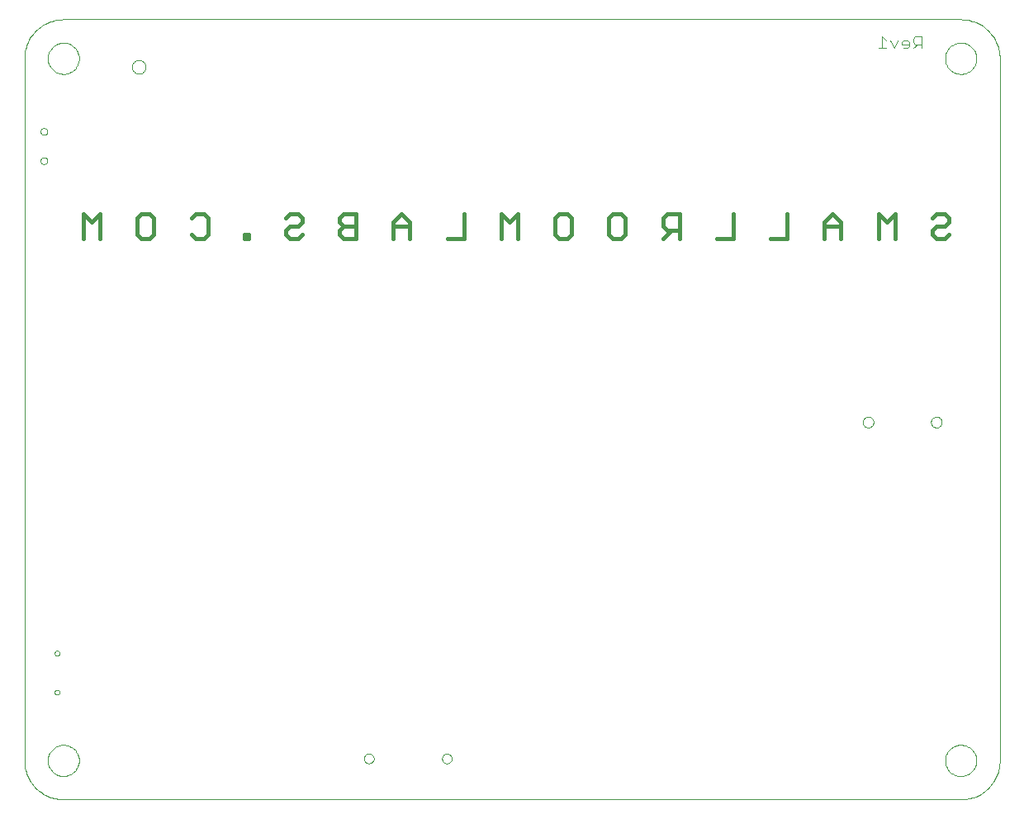
<source format=gbo>
G75*
G70*
%OFA0B0*%
%FSLAX24Y24*%
%IPPOS*%
%LPD*%
%AMOC8*
5,1,8,0,0,1.08239X$1,22.5*
%
%ADD10R,0.0748X0.0039*%
%ADD11R,0.1260X0.0039*%
%ADD12R,0.3504X0.0039*%
%ADD13R,0.5669X0.0039*%
%ADD14R,0.3150X0.0039*%
%ADD15R,0.1614X0.0039*%
%ADD16R,0.3740X0.0039*%
%ADD17R,0.1890X0.0039*%
%ADD18R,0.3937X0.0039*%
%ADD19R,0.2126X0.0039*%
%ADD20R,0.4055X0.0039*%
%ADD21R,0.2323X0.0039*%
%ADD22R,0.4173X0.0039*%
%ADD23R,0.2520X0.0039*%
%ADD24R,0.4291X0.0039*%
%ADD25R,0.2677X0.0039*%
%ADD26R,0.4370X0.0039*%
%ADD27R,0.2835X0.0039*%
%ADD28R,0.4449X0.0039*%
%ADD29R,0.2992X0.0039*%
%ADD30R,0.4528X0.0039*%
%ADD31R,0.3110X0.0039*%
%ADD32R,0.4606X0.0039*%
%ADD33R,0.3228X0.0039*%
%ADD34R,0.4685X0.0039*%
%ADD35R,0.3346X0.0039*%
%ADD36R,0.4724X0.0039*%
%ADD37R,0.3465X0.0039*%
%ADD38R,0.4803X0.0039*%
%ADD39R,0.3583X0.0039*%
%ADD40R,0.4843X0.0039*%
%ADD41R,0.3661X0.0039*%
%ADD42R,0.4921X0.0039*%
%ADD43R,0.3780X0.0039*%
%ADD44R,0.4961X0.0039*%
%ADD45R,0.3898X0.0039*%
%ADD46R,0.5000X0.0039*%
%ADD47R,0.3976X0.0039*%
%ADD48R,0.5039X0.0039*%
%ADD49R,0.5118X0.0039*%
%ADD50R,0.1929X0.0039*%
%ADD51R,0.5157X0.0039*%
%ADD52R,0.1850X0.0039*%
%ADD53R,0.1811X0.0039*%
%ADD54R,0.1772X0.0039*%
%ADD55R,0.1969X0.0039*%
%ADD56R,0.2008X0.0039*%
%ADD57R,0.2047X0.0039*%
%ADD58R,0.2087X0.0039*%
%ADD59R,0.3268X0.0039*%
%ADD60R,0.3425X0.0039*%
%ADD61R,0.3543X0.0039*%
%ADD62R,0.3858X0.0039*%
%ADD63R,0.4016X0.0039*%
%ADD64R,0.4094X0.0039*%
%ADD65R,0.4252X0.0039*%
%ADD66R,0.4331X0.0039*%
%ADD67R,0.4409X0.0039*%
%ADD68R,0.4488X0.0039*%
%ADD69R,0.4567X0.0039*%
%ADD70R,0.4646X0.0039*%
%ADD71R,0.4134X0.0039*%
%ADD72R,0.4213X0.0039*%
%ADD73R,0.5079X0.0039*%
%ADD74R,0.2953X0.0039*%
%ADD75C,0.0180*%
%ADD76C,0.0000*%
%ADD77C,0.0040*%
D10*
X006720Y003802D03*
X013059Y003802D03*
X013059Y019038D03*
X006720Y019038D03*
D11*
X006740Y018999D03*
X013079Y018999D03*
X013079Y003841D03*
X006740Y003841D03*
D12*
X020579Y018920D03*
X039201Y018920D03*
X039201Y003881D03*
D13*
X031701Y003881D03*
X031701Y003920D03*
X031701Y003960D03*
X031701Y003999D03*
X031701Y004038D03*
X031701Y004078D03*
X031701Y004117D03*
X031701Y004156D03*
X031701Y004196D03*
X031701Y004235D03*
X031701Y004274D03*
X031701Y004314D03*
X031701Y004353D03*
X031701Y004393D03*
X031701Y004432D03*
X031701Y004471D03*
X031701Y004511D03*
X031701Y004550D03*
X031701Y004589D03*
X031701Y004629D03*
X025598Y004629D03*
X025598Y004589D03*
X025598Y004550D03*
X025598Y004511D03*
X025598Y004471D03*
X025598Y004432D03*
X025598Y004393D03*
X025598Y004353D03*
X025598Y004314D03*
X025598Y004274D03*
X025598Y004235D03*
X025598Y004196D03*
X025598Y004156D03*
X025598Y004117D03*
X025598Y004078D03*
X025598Y004038D03*
X025598Y003999D03*
X025598Y003960D03*
X025598Y003920D03*
X025598Y003881D03*
X025598Y018172D03*
X025598Y018211D03*
X025598Y018251D03*
X025598Y018290D03*
X025598Y018330D03*
X025598Y018369D03*
X025598Y018408D03*
X025598Y018448D03*
X025598Y018487D03*
X025598Y018526D03*
X025598Y018566D03*
X025598Y018605D03*
X025598Y018645D03*
X025598Y018684D03*
X025598Y018723D03*
X025598Y018763D03*
X025598Y018802D03*
X025598Y018841D03*
X025598Y018881D03*
X025598Y018920D03*
X031701Y018920D03*
X031701Y018881D03*
X031701Y018841D03*
X031701Y018802D03*
X031701Y018763D03*
X031701Y018723D03*
X031701Y018684D03*
X031701Y018645D03*
X031701Y018605D03*
X031701Y018566D03*
X031701Y018526D03*
X031701Y018487D03*
X031701Y018448D03*
X031701Y018408D03*
X031701Y018369D03*
X031701Y018330D03*
X031701Y018290D03*
X031701Y018251D03*
X031701Y018211D03*
X031701Y018172D03*
D14*
X020756Y004629D03*
X020756Y004589D03*
X020756Y004550D03*
X020756Y004511D03*
X020756Y004471D03*
X020756Y004432D03*
X020756Y004393D03*
X020756Y004353D03*
X020756Y004314D03*
X020756Y004274D03*
X020756Y004235D03*
X020756Y004196D03*
X020756Y004156D03*
X020756Y004117D03*
X020756Y004078D03*
X020756Y004038D03*
X020756Y003999D03*
X020756Y003960D03*
X020756Y003920D03*
X020756Y003881D03*
D15*
X013059Y003881D03*
X006720Y003881D03*
X006720Y018960D03*
X013059Y018960D03*
D16*
X020461Y018881D03*
X039083Y018881D03*
X039083Y003920D03*
D17*
X036268Y005219D03*
X036268Y005259D03*
X036268Y010889D03*
X036268Y010928D03*
X036307Y010967D03*
X036307Y012660D03*
X036268Y012739D03*
X036268Y012778D03*
X036268Y017542D03*
X036268Y017582D03*
X017646Y017582D03*
X017646Y017542D03*
X014614Y017660D03*
X014614Y017700D03*
X014181Y018251D03*
X013079Y018920D03*
X011504Y017700D03*
X011504Y017660D03*
X008276Y017660D03*
X008276Y017700D03*
X007842Y018251D03*
X006740Y018920D03*
X005165Y017700D03*
X005165Y017660D03*
X017646Y011519D03*
X017646Y011479D03*
X014614Y005180D03*
X014614Y005141D03*
X014181Y004589D03*
X013079Y003920D03*
X011504Y005141D03*
X011504Y005180D03*
X008276Y005180D03*
X008276Y005141D03*
X007842Y004589D03*
X006740Y003920D03*
X005165Y005141D03*
X005165Y005180D03*
D18*
X019850Y010416D03*
X020362Y018841D03*
X038984Y018841D03*
X038984Y003960D03*
D19*
X039378Y004668D03*
X039378Y004708D03*
X039378Y004747D03*
X039378Y004786D03*
X039378Y004826D03*
X039378Y004865D03*
X039378Y004904D03*
X039378Y004944D03*
X039378Y004983D03*
X039378Y005023D03*
X039378Y005062D03*
X039378Y005101D03*
X039378Y005141D03*
X039378Y005180D03*
X039378Y005219D03*
X039378Y005259D03*
X039378Y005298D03*
X039378Y005337D03*
X039378Y005377D03*
X039378Y005416D03*
X039378Y005456D03*
X039378Y005495D03*
X039378Y005534D03*
X039378Y005574D03*
X039378Y005613D03*
X039378Y005652D03*
X039378Y005692D03*
X039378Y005731D03*
X039378Y005771D03*
X039378Y005810D03*
X039378Y005849D03*
X039378Y005889D03*
X039378Y005928D03*
X039378Y005967D03*
X039378Y006007D03*
X039378Y006046D03*
X039378Y006086D03*
X039378Y006125D03*
X039378Y006164D03*
X039378Y006204D03*
X039378Y006243D03*
X039378Y006282D03*
X039378Y006322D03*
X039378Y006361D03*
X039378Y006400D03*
X039378Y006440D03*
X039378Y006479D03*
X039378Y006519D03*
X039378Y006558D03*
X039378Y006597D03*
X039378Y006637D03*
X039378Y006676D03*
X039378Y006715D03*
X039378Y006755D03*
X039378Y006794D03*
X039378Y006834D03*
X039378Y006873D03*
X039378Y006912D03*
X039378Y006952D03*
X039378Y006991D03*
X039378Y007030D03*
X039378Y007070D03*
X039378Y007109D03*
X039378Y007149D03*
X039378Y007188D03*
X039378Y007227D03*
X039378Y007267D03*
X039378Y007306D03*
X039378Y007345D03*
X039378Y007385D03*
X039378Y007424D03*
X039378Y007463D03*
X039378Y007503D03*
X039378Y007542D03*
X039378Y007582D03*
X039378Y007621D03*
X039378Y007660D03*
X039378Y007700D03*
X039378Y007739D03*
X039378Y007778D03*
X039378Y007818D03*
X039378Y007857D03*
X039378Y007897D03*
X039378Y007936D03*
X039378Y007975D03*
X039378Y008015D03*
X039378Y008054D03*
X039378Y008093D03*
X039378Y008133D03*
X039378Y008172D03*
X039378Y008211D03*
X039378Y008251D03*
X039378Y008290D03*
X039378Y008330D03*
X039378Y008369D03*
X039378Y008408D03*
X039378Y008448D03*
X039378Y008487D03*
X039378Y008526D03*
X039378Y008566D03*
X039378Y008605D03*
X039378Y008645D03*
X039378Y008684D03*
X039378Y008723D03*
X039378Y008763D03*
X039378Y008802D03*
X039378Y008841D03*
X039378Y008881D03*
X039378Y008920D03*
X039378Y008960D03*
X039378Y008999D03*
X039378Y009038D03*
X039378Y009078D03*
X039378Y009117D03*
X039378Y009156D03*
X039378Y009196D03*
X039378Y009235D03*
X039378Y009274D03*
X039378Y009314D03*
X039378Y009353D03*
X039378Y009393D03*
X039378Y009432D03*
X039378Y009471D03*
X039378Y009511D03*
X039378Y009550D03*
X039378Y009589D03*
X039378Y009629D03*
X039378Y009668D03*
X039378Y009708D03*
X039378Y009747D03*
X039378Y009786D03*
X039378Y009826D03*
X039378Y009865D03*
X039378Y009904D03*
X039378Y009944D03*
X039378Y009983D03*
X039378Y010023D03*
X039378Y010062D03*
X039378Y010101D03*
X039378Y010141D03*
X039378Y010180D03*
X039378Y010219D03*
X039378Y010259D03*
X039378Y010298D03*
X039378Y010337D03*
X039378Y010377D03*
X039378Y010416D03*
X039378Y010456D03*
X039378Y010495D03*
X039378Y010534D03*
X039378Y010574D03*
X039378Y010613D03*
X039378Y010652D03*
X039378Y010692D03*
X039378Y010731D03*
X039378Y010771D03*
X039378Y010810D03*
X039378Y010849D03*
X039378Y010889D03*
X039378Y010928D03*
X039378Y010967D03*
X039378Y011007D03*
X039378Y011046D03*
X039378Y011086D03*
X039378Y011125D03*
X039378Y011164D03*
X039378Y011204D03*
X039378Y011243D03*
X039378Y011282D03*
X039378Y011322D03*
X039378Y011361D03*
X039378Y011400D03*
X039378Y012227D03*
X039378Y012267D03*
X039378Y012306D03*
X039378Y012345D03*
X039378Y012385D03*
X039378Y012424D03*
X039378Y012463D03*
X039378Y012503D03*
X039378Y012542D03*
X039378Y012582D03*
X039378Y012621D03*
X039378Y012660D03*
X039378Y012700D03*
X039378Y012739D03*
X039378Y012778D03*
X039378Y012818D03*
X039378Y012857D03*
X039378Y012897D03*
X039378Y012936D03*
X039378Y012975D03*
X039378Y013015D03*
X039378Y013054D03*
X039378Y013093D03*
X039378Y013133D03*
X039378Y013172D03*
X039378Y013211D03*
X039378Y013251D03*
X039378Y013290D03*
X039378Y013330D03*
X039378Y013369D03*
X039378Y013408D03*
X039378Y013448D03*
X039378Y013487D03*
X039378Y013526D03*
X039378Y013566D03*
X039378Y013605D03*
X039378Y013645D03*
X039378Y013684D03*
X039378Y013723D03*
X039378Y013763D03*
X039378Y013802D03*
X039378Y013841D03*
X039378Y013881D03*
X039378Y013920D03*
X039378Y013960D03*
X039378Y013999D03*
X039378Y014038D03*
X039378Y014078D03*
X039378Y014117D03*
X039378Y014156D03*
X039378Y014196D03*
X039378Y014235D03*
X039378Y014274D03*
X039378Y014314D03*
X039378Y014353D03*
X039378Y014393D03*
X039378Y014432D03*
X039378Y014471D03*
X039378Y014511D03*
X039378Y014550D03*
X039378Y014589D03*
X039378Y014629D03*
X039378Y014668D03*
X039378Y014708D03*
X039378Y014747D03*
X039378Y014786D03*
X039378Y014826D03*
X039378Y014865D03*
X039378Y014904D03*
X039378Y014944D03*
X039378Y014983D03*
X039378Y015023D03*
X039378Y015062D03*
X039378Y015101D03*
X039378Y015141D03*
X039378Y015180D03*
X039378Y015219D03*
X039378Y015259D03*
X039378Y015298D03*
X039378Y015337D03*
X039378Y015377D03*
X039378Y015416D03*
X039378Y015456D03*
X039378Y015495D03*
X039378Y015534D03*
X039378Y015574D03*
X039378Y015613D03*
X039378Y015652D03*
X039378Y015692D03*
X039378Y015731D03*
X039378Y015771D03*
X039378Y015810D03*
X039378Y015849D03*
X039378Y015889D03*
X039378Y015928D03*
X039378Y015967D03*
X039378Y016007D03*
X039378Y016046D03*
X039378Y016086D03*
X039378Y016125D03*
X039378Y016164D03*
X039378Y016204D03*
X039378Y016243D03*
X039378Y016282D03*
X039378Y016322D03*
X039378Y016361D03*
X039378Y016400D03*
X039378Y016440D03*
X039378Y016479D03*
X039378Y016519D03*
X039378Y016558D03*
X039378Y016597D03*
X039378Y016637D03*
X039378Y016676D03*
X039378Y016715D03*
X039378Y016755D03*
X039378Y016794D03*
X039378Y016834D03*
X039378Y016873D03*
X039378Y016912D03*
X039378Y016952D03*
X039378Y016991D03*
X039378Y017030D03*
X039378Y017070D03*
X039378Y017109D03*
X039378Y017149D03*
X039378Y017188D03*
X039378Y017227D03*
X039378Y017267D03*
X039378Y017306D03*
X039378Y017345D03*
X039378Y017385D03*
X039378Y017424D03*
X039378Y017463D03*
X039378Y017503D03*
X039378Y017542D03*
X039378Y017582D03*
X039378Y017621D03*
X039378Y017660D03*
X039378Y017700D03*
X039378Y017739D03*
X039378Y017778D03*
X039378Y017818D03*
X039378Y017857D03*
X039378Y017897D03*
X039378Y017936D03*
X039378Y017975D03*
X039378Y018015D03*
X039378Y018054D03*
X039378Y018093D03*
X039378Y018133D03*
X036150Y016873D03*
X036150Y016834D03*
X036150Y016794D03*
X036150Y016755D03*
X036150Y016715D03*
X036150Y016676D03*
X036150Y016637D03*
X036150Y016597D03*
X036150Y016558D03*
X036150Y016519D03*
X036150Y016479D03*
X036150Y016440D03*
X036150Y016400D03*
X036150Y016361D03*
X036150Y016322D03*
X036150Y016282D03*
X036150Y016243D03*
X036150Y016204D03*
X036150Y016164D03*
X036150Y016125D03*
X036150Y016086D03*
X036150Y016046D03*
X036150Y016007D03*
X036150Y015967D03*
X036150Y015928D03*
X036150Y015889D03*
X036150Y015849D03*
X036150Y015810D03*
X036150Y015771D03*
X036150Y015731D03*
X036150Y015692D03*
X036150Y015652D03*
X036150Y015613D03*
X036150Y015574D03*
X036150Y015534D03*
X036150Y015495D03*
X036150Y015456D03*
X036150Y015416D03*
X036150Y015377D03*
X036150Y015337D03*
X036150Y015298D03*
X036150Y015259D03*
X036150Y015219D03*
X036150Y015180D03*
X036150Y015141D03*
X036150Y015101D03*
X036150Y015062D03*
X036150Y015023D03*
X036150Y014983D03*
X036150Y014944D03*
X036150Y014904D03*
X036150Y014865D03*
X036150Y014826D03*
X036150Y014786D03*
X036150Y014747D03*
X036150Y014708D03*
X036150Y014668D03*
X036150Y014629D03*
X036150Y014589D03*
X036150Y014550D03*
X036150Y014511D03*
X036150Y014471D03*
X036150Y014432D03*
X036150Y014393D03*
X036150Y014353D03*
X036150Y014314D03*
X036150Y014274D03*
X036150Y014235D03*
X036150Y014196D03*
X036150Y014156D03*
X036150Y014117D03*
X036150Y014078D03*
X036150Y014038D03*
X036150Y013999D03*
X036150Y013960D03*
X036150Y013920D03*
X036150Y013881D03*
X036150Y013841D03*
X036150Y013802D03*
X036150Y013763D03*
X036150Y013723D03*
X036150Y013684D03*
X036150Y013645D03*
X036150Y013605D03*
X036150Y013566D03*
X036150Y013526D03*
X036150Y013487D03*
X036150Y013448D03*
X032961Y013448D03*
X032961Y013487D03*
X032961Y013526D03*
X032961Y013566D03*
X032961Y013605D03*
X032961Y013645D03*
X032961Y013684D03*
X032961Y013723D03*
X032961Y013763D03*
X032961Y013802D03*
X032961Y013841D03*
X032961Y013881D03*
X032961Y013920D03*
X032961Y013960D03*
X032961Y013999D03*
X032961Y014038D03*
X032961Y014078D03*
X032961Y014117D03*
X032961Y014156D03*
X032961Y014196D03*
X032961Y014235D03*
X032961Y014274D03*
X032961Y014314D03*
X032961Y014353D03*
X032961Y014393D03*
X032961Y014432D03*
X032961Y014471D03*
X032961Y014511D03*
X032961Y014550D03*
X032961Y014589D03*
X032961Y014629D03*
X032961Y014668D03*
X032961Y014708D03*
X032961Y014747D03*
X032961Y014786D03*
X032961Y014826D03*
X032961Y014865D03*
X032961Y014904D03*
X032961Y014944D03*
X032961Y014983D03*
X032961Y015023D03*
X032961Y015062D03*
X032961Y015101D03*
X032961Y015141D03*
X032961Y015180D03*
X032961Y015219D03*
X032961Y015259D03*
X032961Y015298D03*
X032961Y015337D03*
X032961Y015377D03*
X032961Y015416D03*
X032961Y015456D03*
X032961Y015495D03*
X032961Y015534D03*
X032961Y015574D03*
X032961Y015613D03*
X032961Y015652D03*
X032961Y015692D03*
X032961Y015731D03*
X032961Y015771D03*
X032961Y015810D03*
X032961Y015849D03*
X032961Y015889D03*
X032961Y015928D03*
X032961Y015967D03*
X032961Y016007D03*
X032961Y016046D03*
X032961Y016086D03*
X032961Y016125D03*
X032961Y016164D03*
X032961Y016204D03*
X032961Y016243D03*
X032961Y016282D03*
X032961Y016322D03*
X032961Y016361D03*
X032961Y016400D03*
X032961Y016440D03*
X032961Y016479D03*
X032961Y016519D03*
X032961Y016558D03*
X032961Y016597D03*
X032961Y016637D03*
X032961Y016676D03*
X032961Y016715D03*
X032961Y016755D03*
X032961Y016794D03*
X032961Y016834D03*
X032961Y016873D03*
X032961Y016912D03*
X032961Y016952D03*
X032961Y016991D03*
X032961Y017030D03*
X032961Y017070D03*
X032961Y017109D03*
X032961Y017149D03*
X032961Y017188D03*
X032961Y017227D03*
X032961Y017267D03*
X032961Y017306D03*
X032961Y017345D03*
X032961Y017385D03*
X032961Y017424D03*
X032961Y017463D03*
X032961Y017503D03*
X032961Y017542D03*
X032961Y017582D03*
X032961Y017621D03*
X032961Y017660D03*
X032961Y017700D03*
X032961Y017739D03*
X032961Y017778D03*
X032961Y017818D03*
X032961Y017857D03*
X032961Y017897D03*
X032961Y017936D03*
X032961Y017975D03*
X032961Y018015D03*
X032961Y018054D03*
X032961Y018093D03*
X032961Y018133D03*
X029929Y018133D03*
X029929Y018093D03*
X029929Y018054D03*
X029929Y018015D03*
X029929Y017975D03*
X029929Y017936D03*
X029929Y017897D03*
X029929Y017857D03*
X029929Y017818D03*
X029929Y017778D03*
X029929Y017739D03*
X029929Y017700D03*
X029929Y017660D03*
X029929Y017621D03*
X029929Y017582D03*
X029929Y017542D03*
X029929Y017503D03*
X029929Y017463D03*
X029929Y017424D03*
X029929Y017385D03*
X029929Y017345D03*
X029929Y017306D03*
X029929Y017267D03*
X029929Y017227D03*
X029929Y017188D03*
X029929Y017149D03*
X029929Y017109D03*
X029929Y017070D03*
X029929Y017030D03*
X029929Y016991D03*
X029929Y016952D03*
X029929Y016912D03*
X029929Y016873D03*
X029929Y016834D03*
X029929Y016794D03*
X029929Y016755D03*
X029929Y016715D03*
X029929Y016676D03*
X029929Y016637D03*
X029929Y016597D03*
X029929Y016558D03*
X029929Y016519D03*
X029929Y016479D03*
X029929Y016440D03*
X029929Y016400D03*
X029929Y016361D03*
X029929Y016322D03*
X029929Y016282D03*
X029929Y016243D03*
X029929Y016204D03*
X029929Y016164D03*
X029929Y016125D03*
X029929Y016086D03*
X029929Y016046D03*
X029929Y016007D03*
X029929Y015967D03*
X029929Y015928D03*
X029929Y015889D03*
X029929Y015849D03*
X029929Y015810D03*
X029929Y015771D03*
X029929Y015731D03*
X029929Y015692D03*
X029929Y015652D03*
X029929Y015613D03*
X029929Y015574D03*
X029929Y015534D03*
X029929Y015495D03*
X029929Y015456D03*
X029929Y015416D03*
X029929Y015377D03*
X029929Y015337D03*
X029929Y015298D03*
X029929Y015259D03*
X029929Y015219D03*
X029929Y015180D03*
X029929Y015141D03*
X029929Y015101D03*
X029929Y015062D03*
X029929Y015023D03*
X029929Y014983D03*
X029929Y014944D03*
X029929Y014904D03*
X029929Y014865D03*
X029929Y014826D03*
X029929Y014786D03*
X029929Y014747D03*
X029929Y014708D03*
X029929Y014668D03*
X029929Y014629D03*
X029929Y014589D03*
X029929Y014550D03*
X029929Y014511D03*
X029929Y014471D03*
X029929Y014432D03*
X029929Y014393D03*
X029929Y014353D03*
X029929Y014314D03*
X029929Y014274D03*
X029929Y014235D03*
X029929Y014196D03*
X029929Y014156D03*
X026858Y014156D03*
X026858Y014117D03*
X026858Y014078D03*
X026858Y014038D03*
X026858Y013999D03*
X026858Y013960D03*
X026858Y013920D03*
X026858Y013881D03*
X026858Y013841D03*
X026858Y013802D03*
X026858Y013763D03*
X026858Y013723D03*
X026858Y013684D03*
X026858Y013645D03*
X026858Y013605D03*
X026858Y013566D03*
X026858Y013526D03*
X026858Y013487D03*
X026858Y013448D03*
X026858Y013408D03*
X026858Y013369D03*
X026858Y013330D03*
X026858Y013290D03*
X026858Y013251D03*
X026858Y013211D03*
X026858Y013172D03*
X026858Y013133D03*
X026858Y013093D03*
X026858Y013054D03*
X026858Y013015D03*
X026858Y012975D03*
X026858Y012936D03*
X026858Y012897D03*
X026858Y012857D03*
X026858Y012818D03*
X026858Y012778D03*
X026858Y012739D03*
X026858Y012700D03*
X026858Y012660D03*
X026858Y012621D03*
X026858Y012582D03*
X026858Y012542D03*
X026858Y012503D03*
X026858Y012463D03*
X026858Y012424D03*
X026858Y012385D03*
X026858Y012345D03*
X026858Y012306D03*
X026858Y012267D03*
X026858Y012227D03*
X026858Y011400D03*
X026858Y011361D03*
X026858Y011322D03*
X026858Y011282D03*
X026858Y011243D03*
X026858Y011204D03*
X026858Y011164D03*
X026858Y011125D03*
X026858Y011086D03*
X026858Y011046D03*
X026858Y011007D03*
X026858Y010967D03*
X026858Y010928D03*
X026858Y010889D03*
X026858Y010849D03*
X026858Y010810D03*
X026858Y010771D03*
X026858Y010731D03*
X026858Y010692D03*
X026858Y010652D03*
X026858Y010613D03*
X026858Y010574D03*
X026858Y010534D03*
X026858Y010495D03*
X026858Y010456D03*
X026858Y010416D03*
X026858Y010377D03*
X026858Y010337D03*
X026858Y010298D03*
X026858Y010259D03*
X026858Y010219D03*
X026858Y010180D03*
X026858Y010141D03*
X026858Y010101D03*
X026858Y010062D03*
X026858Y010023D03*
X026858Y009983D03*
X026858Y009944D03*
X026858Y009904D03*
X026858Y009865D03*
X026858Y009826D03*
X026858Y009786D03*
X026858Y009747D03*
X026858Y009708D03*
X026858Y009668D03*
X026858Y009629D03*
X026858Y009589D03*
X026858Y009550D03*
X026858Y009511D03*
X026858Y009471D03*
X026858Y009432D03*
X026858Y009393D03*
X026858Y009353D03*
X026858Y009314D03*
X026858Y009274D03*
X026858Y009235D03*
X026858Y009196D03*
X026858Y009156D03*
X026858Y009117D03*
X026858Y009078D03*
X026858Y009038D03*
X026858Y008999D03*
X026858Y008960D03*
X026858Y008920D03*
X026858Y008881D03*
X026858Y008841D03*
X026858Y008802D03*
X026858Y008763D03*
X026858Y008723D03*
X026858Y008684D03*
X026858Y008645D03*
X026858Y008605D03*
X026858Y008566D03*
X026858Y008526D03*
X026858Y008487D03*
X026858Y008448D03*
X026858Y008408D03*
X026858Y008369D03*
X026858Y008330D03*
X026858Y008290D03*
X026858Y008251D03*
X026858Y008211D03*
X026858Y008172D03*
X026858Y008133D03*
X026858Y008093D03*
X026858Y008054D03*
X026858Y008015D03*
X026858Y007975D03*
X026858Y007936D03*
X026858Y007897D03*
X026858Y007857D03*
X026858Y007818D03*
X026858Y007778D03*
X026858Y007739D03*
X026858Y007700D03*
X026858Y007660D03*
X026858Y007621D03*
X026858Y007582D03*
X026858Y007542D03*
X026858Y007503D03*
X026858Y007463D03*
X026858Y007424D03*
X026858Y007385D03*
X026858Y007345D03*
X026858Y007306D03*
X026858Y007267D03*
X026858Y007227D03*
X026858Y007188D03*
X026858Y007149D03*
X026858Y007109D03*
X026858Y007070D03*
X026858Y007030D03*
X026858Y006991D03*
X026858Y006952D03*
X026858Y006912D03*
X026858Y006873D03*
X026858Y006834D03*
X026858Y006794D03*
X026858Y006755D03*
X026858Y006715D03*
X026858Y006676D03*
X026858Y006637D03*
X026858Y006597D03*
X026858Y006558D03*
X026858Y006519D03*
X026858Y006479D03*
X026858Y006440D03*
X026858Y006400D03*
X026858Y006361D03*
X026858Y006322D03*
X026858Y006282D03*
X026858Y006243D03*
X026858Y006204D03*
X026858Y006164D03*
X026858Y006125D03*
X026858Y006086D03*
X026858Y006046D03*
X026858Y006007D03*
X026858Y005967D03*
X026858Y005928D03*
X026858Y005889D03*
X026858Y005849D03*
X026858Y005810D03*
X026858Y005771D03*
X026858Y005731D03*
X026858Y005692D03*
X026858Y005652D03*
X026858Y005613D03*
X026858Y005574D03*
X026858Y005534D03*
X026858Y005495D03*
X026858Y005456D03*
X026858Y005416D03*
X026858Y005377D03*
X026858Y005337D03*
X026858Y005298D03*
X026858Y005259D03*
X026858Y005219D03*
X026858Y005180D03*
X026858Y005141D03*
X026858Y005101D03*
X026858Y005062D03*
X026858Y005023D03*
X026858Y004983D03*
X026858Y004944D03*
X026858Y004904D03*
X026858Y004865D03*
X026858Y004826D03*
X026858Y004786D03*
X026858Y004747D03*
X026858Y004708D03*
X026858Y004668D03*
X029929Y004668D03*
X029929Y004708D03*
X029929Y004747D03*
X029929Y004786D03*
X029929Y004826D03*
X029929Y004865D03*
X029929Y004904D03*
X029929Y004944D03*
X029929Y004983D03*
X029929Y005023D03*
X029929Y005062D03*
X029929Y005101D03*
X029929Y005141D03*
X029929Y005180D03*
X029929Y005219D03*
X029929Y005259D03*
X029929Y005298D03*
X029929Y005337D03*
X029929Y005377D03*
X029929Y005416D03*
X029929Y005456D03*
X029929Y005495D03*
X029929Y005534D03*
X029929Y005574D03*
X029929Y005613D03*
X029929Y005652D03*
X029929Y005692D03*
X029929Y005731D03*
X029929Y005771D03*
X029929Y005810D03*
X029929Y005849D03*
X029929Y005889D03*
X029929Y005928D03*
X029929Y005967D03*
X029929Y006007D03*
X029929Y006046D03*
X029929Y006086D03*
X029929Y006125D03*
X029929Y006164D03*
X029929Y006204D03*
X029929Y006243D03*
X029929Y006282D03*
X029929Y006322D03*
X029929Y006361D03*
X029929Y006400D03*
X029929Y006440D03*
X029929Y006479D03*
X029929Y006519D03*
X029929Y006558D03*
X029929Y006597D03*
X029929Y006637D03*
X029929Y006676D03*
X029929Y006715D03*
X029929Y006755D03*
X029929Y006794D03*
X029929Y006834D03*
X029929Y006873D03*
X029929Y006912D03*
X029929Y006952D03*
X029929Y006991D03*
X029929Y007030D03*
X029929Y007070D03*
X029929Y007109D03*
X029929Y007149D03*
X029929Y007188D03*
X029929Y007227D03*
X029929Y007267D03*
X029929Y007306D03*
X029929Y007345D03*
X029929Y007385D03*
X029929Y007424D03*
X029929Y007463D03*
X029929Y007503D03*
X029929Y007542D03*
X029929Y007582D03*
X029929Y007621D03*
X029929Y007660D03*
X029929Y007700D03*
X029929Y007739D03*
X029929Y007778D03*
X029929Y007818D03*
X029929Y007857D03*
X029929Y007897D03*
X029929Y007936D03*
X029929Y007975D03*
X029929Y008015D03*
X029929Y008054D03*
X029929Y008093D03*
X029929Y008133D03*
X029929Y008172D03*
X029929Y008211D03*
X029929Y008251D03*
X029929Y008290D03*
X029929Y008330D03*
X029929Y008369D03*
X029929Y008408D03*
X029929Y008448D03*
X029929Y008487D03*
X029929Y008526D03*
X029929Y008566D03*
X029929Y008605D03*
X029929Y008645D03*
X032961Y008645D03*
X032961Y008684D03*
X032961Y008723D03*
X032961Y008763D03*
X032961Y008802D03*
X032961Y008841D03*
X032961Y008881D03*
X032961Y008920D03*
X032961Y008960D03*
X032961Y008999D03*
X032961Y009038D03*
X032961Y009078D03*
X032961Y009117D03*
X032961Y009156D03*
X032961Y009196D03*
X032961Y009235D03*
X032961Y009274D03*
X032961Y009314D03*
X032961Y009353D03*
X032961Y009393D03*
X032961Y009432D03*
X032961Y009471D03*
X032961Y009511D03*
X032961Y009550D03*
X032961Y009589D03*
X032961Y009629D03*
X032961Y009668D03*
X032961Y009708D03*
X032961Y009747D03*
X032961Y009786D03*
X032961Y009826D03*
X032961Y009865D03*
X032961Y009904D03*
X032961Y009944D03*
X032961Y009983D03*
X032961Y010023D03*
X032961Y010062D03*
X032961Y010101D03*
X032961Y010141D03*
X032961Y010180D03*
X032961Y010219D03*
X032961Y010259D03*
X032961Y010298D03*
X032961Y010337D03*
X032961Y010377D03*
X032961Y010416D03*
X032961Y010456D03*
X032961Y010495D03*
X032961Y010534D03*
X032961Y010574D03*
X032961Y010613D03*
X032961Y010652D03*
X032961Y010692D03*
X032961Y010731D03*
X032961Y010771D03*
X032961Y010810D03*
X032961Y010849D03*
X032961Y010889D03*
X032961Y010928D03*
X032961Y010967D03*
X032961Y011007D03*
X032961Y011046D03*
X032961Y011086D03*
X032961Y011125D03*
X032961Y011164D03*
X032961Y011204D03*
X032961Y011243D03*
X032961Y011282D03*
X032961Y011322D03*
X032961Y011361D03*
X032961Y011400D03*
X032961Y012227D03*
X032961Y012267D03*
X032961Y012306D03*
X032961Y012345D03*
X032961Y012385D03*
X032961Y012424D03*
X032961Y012463D03*
X032961Y012503D03*
X032961Y012542D03*
X032961Y012582D03*
X032961Y012621D03*
X032961Y012660D03*
X032961Y012700D03*
X032961Y012739D03*
X032961Y012778D03*
X032961Y012818D03*
X032961Y012857D03*
X032961Y012897D03*
X032961Y012936D03*
X032961Y012975D03*
X032961Y013015D03*
X032961Y013054D03*
X032961Y013093D03*
X032961Y013133D03*
X032961Y013172D03*
X032961Y013211D03*
X032961Y013251D03*
X032961Y013290D03*
X032961Y013330D03*
X032961Y013369D03*
X032961Y013408D03*
X036150Y010180D03*
X036150Y010141D03*
X036150Y010101D03*
X036150Y010062D03*
X036150Y010023D03*
X036150Y009983D03*
X036150Y009944D03*
X036150Y009904D03*
X036150Y009865D03*
X036150Y009826D03*
X036150Y009786D03*
X036150Y009747D03*
X036150Y009708D03*
X036150Y009668D03*
X036150Y009629D03*
X036150Y009589D03*
X036150Y009550D03*
X036150Y009511D03*
X036150Y009471D03*
X036150Y009432D03*
X036150Y009393D03*
X036150Y009353D03*
X036150Y009314D03*
X036150Y009274D03*
X036150Y009235D03*
X036150Y009196D03*
X036150Y009156D03*
X036150Y009117D03*
X036150Y009078D03*
X036150Y009038D03*
X036150Y008999D03*
X036150Y008960D03*
X036150Y008920D03*
X036150Y008881D03*
X036150Y008841D03*
X036150Y008802D03*
X036150Y008763D03*
X036150Y008723D03*
X036150Y008684D03*
X036150Y008645D03*
X036150Y008605D03*
X036150Y008566D03*
X036150Y008526D03*
X036150Y008487D03*
X036150Y008448D03*
X036150Y008408D03*
X036150Y008369D03*
X036150Y008330D03*
X036150Y008290D03*
X036150Y008251D03*
X036150Y008211D03*
X036150Y008172D03*
X036150Y008133D03*
X036150Y008093D03*
X036150Y008054D03*
X036150Y008015D03*
X036150Y007975D03*
X036150Y007936D03*
X036150Y007897D03*
X036150Y007857D03*
X036150Y007818D03*
X036150Y007778D03*
X036150Y007739D03*
X036150Y007700D03*
X036150Y007660D03*
X036150Y007621D03*
X036150Y007582D03*
X036150Y007542D03*
X036150Y007503D03*
X036150Y007463D03*
X036150Y007424D03*
X036150Y007385D03*
X036150Y007345D03*
X036150Y007306D03*
X036150Y007267D03*
X036150Y007227D03*
X036150Y007188D03*
X036150Y007149D03*
X036150Y007109D03*
X036150Y007070D03*
X036150Y007030D03*
X036150Y006991D03*
X036150Y006952D03*
X036150Y006912D03*
X036150Y006873D03*
X036150Y006834D03*
X036150Y006794D03*
X036150Y006755D03*
X036150Y006715D03*
X036150Y006676D03*
X036150Y006637D03*
X036150Y006597D03*
X036150Y006558D03*
X036150Y006519D03*
X036150Y006479D03*
X036150Y006440D03*
X036150Y006400D03*
X036150Y006361D03*
X036150Y006322D03*
X036150Y006282D03*
X036150Y006243D03*
X036150Y006204D03*
X036150Y006164D03*
X036150Y006125D03*
X036150Y006086D03*
X036150Y006046D03*
X036150Y006007D03*
X036150Y005967D03*
X036150Y005928D03*
X032961Y005928D03*
X032961Y005889D03*
X032961Y005849D03*
X032961Y005810D03*
X032961Y005771D03*
X032961Y005731D03*
X032961Y005692D03*
X032961Y005652D03*
X032961Y005613D03*
X032961Y005574D03*
X032961Y005534D03*
X032961Y005495D03*
X032961Y005456D03*
X032961Y005416D03*
X032961Y005377D03*
X032961Y005337D03*
X032961Y005298D03*
X032961Y005259D03*
X032961Y005219D03*
X032961Y005180D03*
X032961Y005141D03*
X032961Y005101D03*
X032961Y005062D03*
X032961Y005023D03*
X032961Y004983D03*
X032961Y004944D03*
X032961Y004904D03*
X032961Y004865D03*
X032961Y004826D03*
X032961Y004786D03*
X032961Y004747D03*
X032961Y004708D03*
X032961Y004668D03*
X032961Y005967D03*
X032961Y006007D03*
X032961Y006046D03*
X032961Y006086D03*
X032961Y006125D03*
X032961Y006164D03*
X032961Y006204D03*
X032961Y006243D03*
X032961Y006282D03*
X032961Y006322D03*
X032961Y006361D03*
X032961Y006400D03*
X032961Y006440D03*
X032961Y006479D03*
X032961Y006519D03*
X032961Y006558D03*
X032961Y006597D03*
X032961Y006637D03*
X032961Y006676D03*
X032961Y006715D03*
X032961Y006755D03*
X032961Y006794D03*
X032961Y006834D03*
X032961Y006873D03*
X032961Y006912D03*
X032961Y006952D03*
X032961Y006991D03*
X032961Y007030D03*
X032961Y007070D03*
X032961Y007109D03*
X032961Y007149D03*
X032961Y007188D03*
X032961Y007227D03*
X032961Y007267D03*
X032961Y007306D03*
X032961Y007345D03*
X032961Y007385D03*
X032961Y007424D03*
X032961Y007463D03*
X032961Y007503D03*
X032961Y007542D03*
X032961Y007582D03*
X032961Y007621D03*
X032961Y007660D03*
X032961Y007700D03*
X032961Y007739D03*
X032961Y007778D03*
X032961Y007818D03*
X032961Y007857D03*
X032961Y007897D03*
X032961Y007936D03*
X032961Y007975D03*
X032961Y008015D03*
X032961Y008054D03*
X032961Y008093D03*
X032961Y008133D03*
X032961Y008172D03*
X032961Y008211D03*
X032961Y008251D03*
X032961Y008290D03*
X032961Y008330D03*
X032961Y008369D03*
X032961Y008408D03*
X032961Y008448D03*
X032961Y008487D03*
X032961Y008526D03*
X032961Y008566D03*
X032961Y008605D03*
X026858Y014196D03*
X026858Y014235D03*
X026858Y014274D03*
X026858Y014314D03*
X026858Y014353D03*
X026858Y014393D03*
X026858Y014432D03*
X026858Y014471D03*
X026858Y014511D03*
X026858Y014550D03*
X026858Y014589D03*
X026858Y014629D03*
X026858Y014668D03*
X026858Y014708D03*
X026858Y014747D03*
X026858Y014786D03*
X026858Y014826D03*
X026858Y014865D03*
X026858Y014904D03*
X026858Y014944D03*
X026858Y014983D03*
X026858Y015023D03*
X026858Y015062D03*
X026858Y015101D03*
X026858Y015141D03*
X026858Y015180D03*
X026858Y015219D03*
X026858Y015259D03*
X026858Y015298D03*
X026858Y015337D03*
X026858Y015377D03*
X026858Y015416D03*
X026858Y015456D03*
X026858Y015495D03*
X026858Y015534D03*
X026858Y015574D03*
X026858Y015613D03*
X026858Y015652D03*
X026858Y015692D03*
X026858Y015731D03*
X026858Y015771D03*
X026858Y015810D03*
X026858Y015849D03*
X026858Y015889D03*
X026858Y015928D03*
X026858Y015967D03*
X026858Y016007D03*
X026858Y016046D03*
X026858Y016086D03*
X026858Y016125D03*
X026858Y016164D03*
X026858Y016204D03*
X026858Y016243D03*
X026858Y016282D03*
X026858Y016322D03*
X026858Y016361D03*
X026858Y016400D03*
X026858Y016440D03*
X026858Y016479D03*
X026858Y016519D03*
X026858Y016558D03*
X026858Y016597D03*
X026858Y016637D03*
X026858Y016676D03*
X026858Y016715D03*
X026858Y016755D03*
X026858Y016794D03*
X026858Y016834D03*
X026858Y016873D03*
X026858Y016912D03*
X026858Y016952D03*
X026858Y016991D03*
X026858Y017030D03*
X026858Y017070D03*
X026858Y017109D03*
X026858Y017149D03*
X026858Y017188D03*
X026858Y017227D03*
X026858Y017267D03*
X026858Y017306D03*
X026858Y017345D03*
X026858Y017385D03*
X026858Y017424D03*
X026858Y017463D03*
X026858Y017503D03*
X026858Y017542D03*
X026858Y017582D03*
X026858Y017621D03*
X026858Y017660D03*
X026858Y017700D03*
X026858Y017739D03*
X026858Y017778D03*
X026858Y017818D03*
X026858Y017857D03*
X026858Y017897D03*
X026858Y017936D03*
X026858Y017975D03*
X026858Y018015D03*
X026858Y018054D03*
X026858Y018093D03*
X026858Y018133D03*
X023827Y018133D03*
X023827Y018093D03*
X023827Y018054D03*
X023827Y018015D03*
X023827Y017975D03*
X023827Y017936D03*
X023827Y017897D03*
X023827Y017857D03*
X023827Y017818D03*
X023827Y017778D03*
X023827Y017739D03*
X023827Y017700D03*
X023827Y017660D03*
X023827Y017621D03*
X023827Y017582D03*
X023827Y017542D03*
X023827Y017503D03*
X023827Y017463D03*
X023827Y017424D03*
X023827Y017385D03*
X023827Y017345D03*
X023827Y017306D03*
X023827Y017267D03*
X023827Y017227D03*
X023827Y017188D03*
X023827Y017149D03*
X023827Y017109D03*
X023827Y017070D03*
X023827Y017030D03*
X023827Y016991D03*
X023827Y016952D03*
X023827Y016912D03*
X023827Y016873D03*
X023827Y016834D03*
X023827Y016794D03*
X023827Y016755D03*
X023827Y016715D03*
X023827Y016676D03*
X023827Y016637D03*
X023827Y016597D03*
X023827Y016558D03*
X023827Y016519D03*
X023827Y016479D03*
X023827Y016440D03*
X023827Y016400D03*
X023827Y016361D03*
X023827Y016322D03*
X023827Y016282D03*
X023827Y016243D03*
X023827Y016204D03*
X023827Y016164D03*
X023827Y016125D03*
X023827Y016086D03*
X023827Y016046D03*
X023827Y016007D03*
X023827Y015967D03*
X023827Y015928D03*
X023827Y015889D03*
X023827Y015849D03*
X023827Y015810D03*
X023827Y015771D03*
X023827Y015731D03*
X023827Y015692D03*
X023827Y015652D03*
X023827Y015613D03*
X023827Y015574D03*
X023827Y015534D03*
X023827Y015495D03*
X023827Y015456D03*
X023827Y015416D03*
X023827Y015377D03*
X023827Y015337D03*
X023827Y015298D03*
X023827Y015259D03*
X023827Y015219D03*
X023827Y015180D03*
X023827Y015141D03*
X023827Y015101D03*
X023827Y015062D03*
X023827Y015023D03*
X023827Y014983D03*
X023827Y014944D03*
X023827Y014904D03*
X023827Y014865D03*
X023827Y014826D03*
X023827Y014786D03*
X023827Y014747D03*
X023827Y014708D03*
X023827Y014668D03*
X023827Y014629D03*
X023827Y014589D03*
X023827Y014550D03*
X023827Y014511D03*
X023827Y014471D03*
X023827Y014432D03*
X023827Y014393D03*
X023827Y014353D03*
X023827Y014314D03*
X023827Y014274D03*
X023827Y014235D03*
X023827Y014196D03*
X023827Y014156D03*
X020756Y014156D03*
X020756Y014117D03*
X020756Y014078D03*
X020756Y014038D03*
X020756Y013999D03*
X020756Y013960D03*
X020756Y013920D03*
X020756Y013881D03*
X020756Y013841D03*
X020756Y013802D03*
X020756Y013763D03*
X020756Y013723D03*
X020756Y013684D03*
X020756Y013645D03*
X020756Y013605D03*
X020756Y013566D03*
X020756Y013526D03*
X020756Y013487D03*
X020756Y013448D03*
X020756Y013408D03*
X020756Y013369D03*
X020756Y013330D03*
X020756Y013290D03*
X020756Y013251D03*
X020756Y013211D03*
X020756Y013172D03*
X020756Y013133D03*
X020756Y013093D03*
X020756Y013054D03*
X020756Y013015D03*
X020756Y012975D03*
X020756Y012936D03*
X020756Y012897D03*
X020756Y012857D03*
X020756Y012818D03*
X020756Y012778D03*
X020756Y012739D03*
X020756Y012700D03*
X020756Y012660D03*
X020756Y012621D03*
X020756Y012582D03*
X020756Y012542D03*
X020756Y012503D03*
X020756Y012463D03*
X020756Y012424D03*
X020756Y012385D03*
X020756Y012345D03*
X020756Y012306D03*
X020756Y012267D03*
X020756Y012227D03*
X020756Y012188D03*
X020756Y012149D03*
X020756Y012109D03*
X020756Y012070D03*
X020756Y012030D03*
X020756Y011991D03*
X020756Y011952D03*
X020756Y011912D03*
X020756Y011873D03*
X020756Y011834D03*
X020756Y011794D03*
X020756Y011755D03*
X020756Y011715D03*
X020756Y011676D03*
X020756Y011637D03*
X020756Y011597D03*
X020756Y011558D03*
X020756Y011519D03*
X020756Y011479D03*
X020756Y011440D03*
X020756Y011400D03*
X020756Y011361D03*
X020756Y011322D03*
X020756Y011282D03*
X020756Y011243D03*
X020756Y011204D03*
X020756Y011164D03*
X020756Y011125D03*
X020756Y011086D03*
X020756Y011046D03*
X020756Y011007D03*
X020756Y010967D03*
X020756Y010928D03*
X020756Y010101D03*
X020756Y010062D03*
X020756Y010023D03*
X020756Y009983D03*
X020756Y009944D03*
X020756Y009904D03*
X020756Y009865D03*
X020756Y009826D03*
X020756Y009786D03*
X020756Y009747D03*
X020756Y009708D03*
X020756Y009668D03*
X020756Y009629D03*
X020756Y009589D03*
X020756Y009550D03*
X020756Y009511D03*
X020756Y009471D03*
X020756Y009432D03*
X020756Y009393D03*
X020756Y009353D03*
X020756Y009314D03*
X020756Y009274D03*
X020756Y009235D03*
X020756Y009196D03*
X020756Y009156D03*
X020756Y009117D03*
X020756Y009078D03*
X020756Y009038D03*
X020756Y008999D03*
X020756Y008960D03*
X020756Y008920D03*
X020756Y008881D03*
X020756Y008841D03*
X020756Y008802D03*
X020756Y008763D03*
X020756Y008723D03*
X020756Y008684D03*
X020756Y008645D03*
X020756Y008605D03*
X020756Y008566D03*
X020756Y008526D03*
X020756Y008487D03*
X020756Y008448D03*
X020756Y008408D03*
X020756Y008369D03*
X020756Y008330D03*
X020756Y008290D03*
X020756Y008251D03*
X020756Y008211D03*
X020756Y008172D03*
X020756Y008133D03*
X020756Y008093D03*
X020756Y008054D03*
X020756Y008015D03*
X020756Y007975D03*
X020756Y007936D03*
X020756Y007897D03*
X020756Y007857D03*
X020756Y007818D03*
X020756Y007778D03*
X020756Y007739D03*
X020756Y007700D03*
X020756Y007660D03*
X020756Y007621D03*
X020756Y007582D03*
X020756Y007542D03*
X020756Y007503D03*
X020756Y007463D03*
X020756Y007424D03*
X020756Y007385D03*
X020756Y007345D03*
X020756Y007306D03*
X020756Y007267D03*
X020756Y007227D03*
X020756Y007188D03*
X020756Y007149D03*
X020756Y007109D03*
X020756Y007070D03*
X020756Y007030D03*
X020756Y006991D03*
X020756Y006952D03*
X020756Y006912D03*
X020756Y006873D03*
X020756Y006834D03*
X020756Y006794D03*
X020756Y006755D03*
X020756Y006715D03*
X020756Y006676D03*
X020756Y006637D03*
X020756Y006597D03*
X020756Y006558D03*
X020756Y006519D03*
X020756Y006479D03*
X020756Y006440D03*
X020756Y006400D03*
X020756Y006361D03*
X020756Y006322D03*
X020756Y006282D03*
X020756Y006243D03*
X020756Y006204D03*
X020756Y006164D03*
X020756Y006125D03*
X020756Y006086D03*
X020756Y006046D03*
X020756Y006007D03*
X020756Y005967D03*
X020756Y005928D03*
X020756Y005889D03*
X020756Y005849D03*
X020756Y005810D03*
X020756Y005771D03*
X020756Y005731D03*
X020756Y005692D03*
X020756Y005652D03*
X020756Y005613D03*
X020756Y005574D03*
X020756Y005534D03*
X020756Y005495D03*
X020756Y005456D03*
X020756Y005416D03*
X020756Y005377D03*
X020756Y005337D03*
X020756Y005298D03*
X020756Y005259D03*
X020756Y005219D03*
X020756Y005180D03*
X020756Y005141D03*
X020756Y005101D03*
X020756Y005062D03*
X020756Y005023D03*
X020756Y004983D03*
X020756Y004944D03*
X020756Y004904D03*
X020756Y004865D03*
X020756Y004826D03*
X020756Y004786D03*
X020756Y004747D03*
X020756Y004708D03*
X020756Y004668D03*
X023827Y004668D03*
X023827Y004708D03*
X023827Y004747D03*
X023827Y004786D03*
X023827Y004826D03*
X023827Y004865D03*
X023827Y004904D03*
X023827Y004944D03*
X023827Y004983D03*
X023827Y005023D03*
X023827Y005062D03*
X023827Y005101D03*
X023827Y005141D03*
X023827Y005180D03*
X023827Y005219D03*
X023827Y005259D03*
X023827Y005298D03*
X023827Y005337D03*
X023827Y005377D03*
X023827Y005416D03*
X023827Y005456D03*
X023827Y005495D03*
X023827Y005534D03*
X023827Y005574D03*
X023827Y005613D03*
X023827Y005652D03*
X023827Y005692D03*
X023827Y005731D03*
X023827Y005771D03*
X023827Y005810D03*
X023827Y005849D03*
X023827Y005889D03*
X023827Y005928D03*
X023827Y005967D03*
X023827Y006007D03*
X023827Y006046D03*
X023827Y006086D03*
X023827Y006125D03*
X023827Y006164D03*
X023827Y006204D03*
X023827Y006243D03*
X023827Y006282D03*
X023827Y006322D03*
X023827Y006361D03*
X023827Y006400D03*
X023827Y006440D03*
X023827Y006479D03*
X023827Y006519D03*
X023827Y006558D03*
X023827Y006597D03*
X023827Y006637D03*
X023827Y006676D03*
X023827Y006715D03*
X023827Y006755D03*
X023827Y006794D03*
X023827Y006834D03*
X023827Y006873D03*
X023827Y006912D03*
X023827Y006952D03*
X023827Y006991D03*
X023827Y007030D03*
X023827Y007070D03*
X023827Y007109D03*
X023827Y007149D03*
X023827Y007188D03*
X023827Y007227D03*
X023827Y007267D03*
X023827Y007306D03*
X023827Y007345D03*
X023827Y007385D03*
X023827Y007424D03*
X023827Y007463D03*
X023827Y007503D03*
X023827Y007542D03*
X023827Y007582D03*
X023827Y007621D03*
X023827Y007660D03*
X023827Y007700D03*
X023827Y007739D03*
X023827Y007778D03*
X023827Y007818D03*
X023827Y007857D03*
X023827Y007897D03*
X023827Y007936D03*
X023827Y007975D03*
X023827Y008015D03*
X023827Y008054D03*
X023827Y008093D03*
X023827Y008133D03*
X023827Y008172D03*
X023827Y008211D03*
X023827Y008251D03*
X023827Y008290D03*
X023827Y008330D03*
X023827Y008369D03*
X023827Y008408D03*
X023827Y008448D03*
X023827Y008487D03*
X023827Y008526D03*
X023827Y008566D03*
X023827Y008605D03*
X023827Y008645D03*
X017528Y012188D03*
X017528Y012227D03*
X017528Y012267D03*
X017528Y012306D03*
X017528Y012345D03*
X017528Y012385D03*
X017528Y012424D03*
X017528Y012463D03*
X017528Y012503D03*
X017528Y012542D03*
X017528Y012582D03*
X017528Y012621D03*
X017528Y012660D03*
X017528Y012700D03*
X017528Y012739D03*
X017528Y012778D03*
X017528Y012818D03*
X017528Y012857D03*
X017528Y012897D03*
X017528Y012936D03*
X017528Y012975D03*
X017528Y013015D03*
X017528Y013054D03*
X017528Y013093D03*
X017528Y013133D03*
X017528Y013172D03*
X017528Y013211D03*
X017528Y013251D03*
X017528Y013290D03*
X017528Y013330D03*
X017528Y013369D03*
X017528Y013408D03*
X017528Y013448D03*
X017528Y013487D03*
X017528Y013526D03*
X017528Y013566D03*
X017528Y013605D03*
X017528Y013645D03*
X017528Y013684D03*
X017528Y013723D03*
X017528Y013763D03*
X017528Y013802D03*
X017528Y013841D03*
X017528Y013881D03*
X017528Y013920D03*
X017528Y013960D03*
X017528Y013999D03*
X017528Y014038D03*
X017528Y014078D03*
X017528Y014117D03*
X017528Y014156D03*
X017528Y014196D03*
X017528Y014235D03*
X017528Y014274D03*
X017528Y014314D03*
X017528Y014353D03*
X017528Y014393D03*
X017528Y014432D03*
X017528Y014471D03*
X017528Y014511D03*
X017528Y014550D03*
X017528Y014589D03*
X017528Y014629D03*
X017528Y014668D03*
X017528Y014708D03*
X017528Y014747D03*
X017528Y014786D03*
X017528Y014826D03*
X017528Y014865D03*
X017528Y014904D03*
X017528Y014944D03*
X017528Y014983D03*
X017528Y015023D03*
X017528Y015062D03*
X017528Y015101D03*
X017528Y015141D03*
X017528Y015180D03*
X017528Y015219D03*
X017528Y015259D03*
X017528Y015298D03*
X017528Y015337D03*
X017528Y015377D03*
X017528Y015416D03*
X017528Y015456D03*
X017528Y015495D03*
X017528Y015534D03*
X017528Y015574D03*
X017528Y015613D03*
X017528Y015652D03*
X017528Y015692D03*
X017528Y015731D03*
X017528Y015771D03*
X017528Y015810D03*
X017528Y015849D03*
X017528Y015889D03*
X017528Y015928D03*
X017528Y015967D03*
X017528Y016007D03*
X017528Y016046D03*
X017528Y016086D03*
X017528Y016125D03*
X017528Y016164D03*
X017528Y016204D03*
X017528Y016243D03*
X017528Y016282D03*
X017528Y016322D03*
X017528Y016361D03*
X017528Y016400D03*
X017528Y016440D03*
X017528Y016479D03*
X017528Y016519D03*
X017528Y016558D03*
X017528Y016597D03*
X017528Y016637D03*
X017528Y016676D03*
X017528Y016715D03*
X017528Y016755D03*
X017528Y016794D03*
X017528Y016834D03*
X017528Y016873D03*
X014732Y016873D03*
X014732Y016912D03*
X014732Y016952D03*
X014732Y016991D03*
X014732Y016834D03*
X014732Y016794D03*
X014732Y016755D03*
X014732Y016715D03*
X014732Y016676D03*
X014732Y016637D03*
X014732Y016597D03*
X014732Y016558D03*
X014732Y016519D03*
X014732Y016479D03*
X014732Y016440D03*
X014732Y016400D03*
X014732Y016361D03*
X014732Y016322D03*
X014732Y016282D03*
X014732Y016243D03*
X014732Y016204D03*
X014732Y016164D03*
X014732Y016125D03*
X014732Y016086D03*
X014732Y016046D03*
X014732Y016007D03*
X014732Y015967D03*
X014732Y015928D03*
X014732Y015889D03*
X014732Y015849D03*
X014732Y015810D03*
X014732Y015771D03*
X014732Y015731D03*
X014732Y015692D03*
X014732Y015652D03*
X014732Y015613D03*
X014732Y015574D03*
X014732Y015534D03*
X014732Y015495D03*
X014732Y015456D03*
X014732Y015416D03*
X014732Y015377D03*
X014732Y015337D03*
X014732Y015298D03*
X014732Y015259D03*
X014732Y015219D03*
X014732Y015180D03*
X014732Y015141D03*
X014732Y015101D03*
X014732Y015062D03*
X014732Y015023D03*
X014732Y014983D03*
X014732Y014944D03*
X014732Y014904D03*
X014732Y014865D03*
X014732Y014826D03*
X014732Y014786D03*
X014732Y014747D03*
X014732Y014708D03*
X014732Y014668D03*
X014732Y014629D03*
X014732Y014589D03*
X014732Y014550D03*
X014732Y014511D03*
X014732Y014471D03*
X014732Y014432D03*
X014732Y014393D03*
X014732Y014353D03*
X014732Y014314D03*
X014732Y014274D03*
X014732Y014235D03*
X014732Y014196D03*
X014732Y014156D03*
X014732Y014117D03*
X014732Y014078D03*
X014732Y014038D03*
X014732Y013999D03*
X014732Y013960D03*
X014732Y013920D03*
X014732Y013881D03*
X014732Y013841D03*
X014732Y013802D03*
X014732Y013763D03*
X014732Y013723D03*
X014732Y013684D03*
X014732Y013645D03*
X014732Y013605D03*
X014732Y013566D03*
X014732Y013526D03*
X014732Y013487D03*
X014732Y013448D03*
X014732Y013408D03*
X014732Y013369D03*
X014732Y013330D03*
X014732Y013290D03*
X014732Y013251D03*
X014732Y013211D03*
X014732Y013172D03*
X014732Y013133D03*
X014732Y013093D03*
X014732Y013054D03*
X014732Y013015D03*
X014732Y012975D03*
X014732Y012936D03*
X014732Y012897D03*
X014732Y012857D03*
X014732Y012818D03*
X014732Y012778D03*
X014732Y012739D03*
X014732Y012700D03*
X014732Y012660D03*
X014732Y012621D03*
X014732Y012582D03*
X014732Y012542D03*
X014732Y012503D03*
X014732Y012463D03*
X014732Y012424D03*
X014732Y012385D03*
X014732Y012345D03*
X014732Y012306D03*
X014732Y012267D03*
X014732Y012227D03*
X014732Y012188D03*
X014732Y012149D03*
X014732Y012109D03*
X014732Y012070D03*
X014732Y012030D03*
X014732Y011991D03*
X014732Y011952D03*
X014732Y011912D03*
X014732Y011873D03*
X014732Y011834D03*
X014732Y011794D03*
X014732Y011755D03*
X014732Y011715D03*
X014732Y011676D03*
X014732Y011637D03*
X014732Y011597D03*
X014732Y011558D03*
X014732Y011519D03*
X014732Y011479D03*
X014732Y011440D03*
X014732Y011400D03*
X014732Y011361D03*
X014732Y011322D03*
X014732Y011282D03*
X014732Y011243D03*
X014732Y011204D03*
X014732Y011164D03*
X014732Y011125D03*
X014732Y011086D03*
X014732Y011046D03*
X014732Y011007D03*
X014732Y010967D03*
X014732Y010928D03*
X014732Y010889D03*
X014732Y010849D03*
X014732Y010810D03*
X014732Y010771D03*
X014732Y010731D03*
X014732Y010692D03*
X014732Y010652D03*
X014732Y010613D03*
X014732Y010574D03*
X014732Y010534D03*
X014732Y010495D03*
X014732Y010456D03*
X014732Y010416D03*
X014732Y010377D03*
X014732Y010337D03*
X014732Y010298D03*
X014732Y010259D03*
X014732Y010219D03*
X014732Y010180D03*
X014732Y010141D03*
X014732Y010101D03*
X014732Y010062D03*
X014732Y010023D03*
X014732Y009983D03*
X014732Y009944D03*
X014732Y009904D03*
X014732Y009865D03*
X014732Y009826D03*
X014732Y009786D03*
X014732Y009747D03*
X014732Y009708D03*
X014732Y009668D03*
X014732Y009629D03*
X014732Y009589D03*
X014732Y009550D03*
X014732Y009511D03*
X014732Y009471D03*
X014732Y009432D03*
X014732Y009393D03*
X014732Y009353D03*
X014732Y009314D03*
X014732Y009274D03*
X014732Y009235D03*
X014732Y009196D03*
X014732Y009156D03*
X014732Y009117D03*
X014732Y009078D03*
X014732Y009038D03*
X014732Y008999D03*
X014732Y008960D03*
X014732Y008920D03*
X014732Y008881D03*
X014732Y008841D03*
X014732Y008802D03*
X014732Y008763D03*
X014732Y008723D03*
X014732Y008684D03*
X014732Y008645D03*
X014732Y008605D03*
X014732Y008566D03*
X014732Y008526D03*
X014732Y008487D03*
X014732Y008448D03*
X014732Y008408D03*
X014732Y008369D03*
X014732Y008330D03*
X014732Y008290D03*
X014732Y008251D03*
X014732Y008211D03*
X014732Y008172D03*
X014732Y008133D03*
X014732Y008093D03*
X014732Y008054D03*
X014732Y008015D03*
X014732Y007975D03*
X014732Y007936D03*
X014732Y007897D03*
X014732Y007857D03*
X014732Y007818D03*
X014732Y007778D03*
X014732Y007739D03*
X014732Y007700D03*
X014732Y007660D03*
X014732Y007621D03*
X014732Y007582D03*
X014732Y007542D03*
X014732Y007503D03*
X014732Y007463D03*
X014732Y007424D03*
X014732Y007385D03*
X014732Y007345D03*
X014732Y007306D03*
X014732Y007267D03*
X014732Y007227D03*
X014732Y007188D03*
X014732Y007149D03*
X014732Y007109D03*
X014732Y007070D03*
X014732Y007030D03*
X014732Y006991D03*
X014732Y006952D03*
X014732Y006912D03*
X014732Y006873D03*
X014732Y006834D03*
X014732Y006794D03*
X014732Y006755D03*
X014732Y006715D03*
X014732Y006676D03*
X014732Y006637D03*
X014732Y006597D03*
X014732Y006558D03*
X014732Y006519D03*
X014732Y006479D03*
X014732Y006440D03*
X014732Y006400D03*
X014732Y006361D03*
X014732Y006322D03*
X014732Y006282D03*
X014732Y006243D03*
X014732Y006204D03*
X014732Y006164D03*
X014732Y006125D03*
X014732Y006086D03*
X014732Y006046D03*
X014732Y006007D03*
X014732Y005967D03*
X014732Y005928D03*
X014732Y005889D03*
X014732Y005849D03*
X013079Y003960D03*
X011386Y005849D03*
X011386Y005889D03*
X011386Y005928D03*
X011386Y005967D03*
X011386Y006007D03*
X011386Y006046D03*
X011386Y006086D03*
X011386Y006125D03*
X011386Y006164D03*
X011386Y006204D03*
X011386Y006243D03*
X011386Y006282D03*
X011386Y006322D03*
X011386Y006361D03*
X011386Y006400D03*
X011386Y006440D03*
X011386Y006479D03*
X011386Y006519D03*
X011386Y006558D03*
X011386Y006597D03*
X011386Y006637D03*
X011386Y006676D03*
X011386Y006715D03*
X011386Y006755D03*
X011386Y006794D03*
X011386Y006834D03*
X011386Y006873D03*
X011386Y006912D03*
X011386Y006952D03*
X011386Y006991D03*
X011386Y007030D03*
X011386Y007070D03*
X011386Y007109D03*
X011386Y007149D03*
X011386Y007188D03*
X011386Y007227D03*
X011386Y007267D03*
X011386Y007306D03*
X011386Y007345D03*
X011386Y007385D03*
X011386Y007424D03*
X011386Y007463D03*
X011386Y007503D03*
X011386Y007542D03*
X011386Y007582D03*
X011386Y007621D03*
X011386Y007660D03*
X011386Y007700D03*
X011386Y007739D03*
X011386Y007778D03*
X011386Y007818D03*
X011386Y007857D03*
X011386Y007897D03*
X011386Y007936D03*
X011386Y007975D03*
X011386Y008015D03*
X011386Y008054D03*
X011386Y008093D03*
X011386Y008133D03*
X011386Y008172D03*
X011386Y008211D03*
X011386Y008251D03*
X011386Y008290D03*
X011386Y008330D03*
X011386Y008369D03*
X011386Y008408D03*
X011386Y008448D03*
X011386Y008487D03*
X011386Y008526D03*
X011386Y008566D03*
X011386Y008605D03*
X011386Y008645D03*
X011386Y008684D03*
X011386Y008723D03*
X011386Y008763D03*
X011386Y008802D03*
X011386Y008841D03*
X011386Y008881D03*
X011386Y008920D03*
X011386Y008960D03*
X011386Y008999D03*
X011386Y009038D03*
X011386Y009078D03*
X011386Y009117D03*
X011386Y009156D03*
X011386Y009196D03*
X011386Y009235D03*
X011386Y009274D03*
X011386Y009314D03*
X011386Y009353D03*
X011386Y009393D03*
X011386Y009432D03*
X011386Y009471D03*
X011386Y009511D03*
X011386Y009550D03*
X011386Y009589D03*
X011386Y009629D03*
X011386Y009668D03*
X011386Y009708D03*
X011386Y009747D03*
X011386Y009786D03*
X011386Y009826D03*
X011386Y009865D03*
X011386Y009904D03*
X011386Y009944D03*
X011386Y009983D03*
X011386Y010023D03*
X011386Y010062D03*
X011386Y010101D03*
X011386Y010141D03*
X011386Y010180D03*
X011386Y010219D03*
X011386Y010259D03*
X011386Y010298D03*
X011386Y010337D03*
X011386Y010377D03*
X011386Y010416D03*
X011386Y010456D03*
X011386Y010495D03*
X011386Y010534D03*
X011386Y010574D03*
X011386Y010613D03*
X011386Y010652D03*
X011386Y010692D03*
X011386Y010731D03*
X011386Y010771D03*
X011386Y010810D03*
X011386Y010849D03*
X011386Y010889D03*
X011386Y010928D03*
X011386Y010967D03*
X011386Y011007D03*
X011386Y011046D03*
X011386Y011086D03*
X011386Y011125D03*
X011386Y011164D03*
X011386Y011204D03*
X011386Y011243D03*
X011386Y011282D03*
X011386Y011322D03*
X011386Y011361D03*
X011386Y011400D03*
X011386Y011440D03*
X011386Y011479D03*
X011386Y011519D03*
X011386Y011558D03*
X011386Y011597D03*
X011386Y011637D03*
X011386Y011676D03*
X011386Y011715D03*
X011386Y011755D03*
X011386Y011794D03*
X011386Y011834D03*
X011386Y011873D03*
X011386Y011912D03*
X011386Y011952D03*
X011386Y011991D03*
X011386Y012030D03*
X011386Y012070D03*
X011386Y012109D03*
X011386Y012149D03*
X011386Y012188D03*
X011386Y012227D03*
X011386Y012267D03*
X011386Y012306D03*
X011386Y012345D03*
X011386Y012385D03*
X011386Y012424D03*
X011386Y012463D03*
X011386Y012503D03*
X011386Y012542D03*
X011386Y012582D03*
X011386Y012621D03*
X011386Y012660D03*
X011386Y012700D03*
X011386Y012739D03*
X011386Y012778D03*
X011386Y012818D03*
X011386Y012857D03*
X011386Y012897D03*
X011386Y012936D03*
X011386Y012975D03*
X011386Y013015D03*
X011386Y013054D03*
X011386Y013093D03*
X011386Y013133D03*
X011386Y013172D03*
X011386Y013211D03*
X011386Y013251D03*
X011386Y013290D03*
X011386Y013330D03*
X011386Y013369D03*
X011386Y013408D03*
X011386Y013448D03*
X011386Y013487D03*
X011386Y013526D03*
X011386Y013566D03*
X011386Y013605D03*
X011386Y013645D03*
X011386Y013684D03*
X011386Y013723D03*
X011386Y013763D03*
X011386Y013802D03*
X011386Y013841D03*
X011386Y013881D03*
X011386Y013920D03*
X011386Y013960D03*
X011386Y013999D03*
X011386Y014038D03*
X011386Y014078D03*
X011386Y014117D03*
X011386Y014156D03*
X011386Y014196D03*
X011386Y014235D03*
X011386Y014274D03*
X011386Y014314D03*
X011386Y014353D03*
X011386Y014393D03*
X011386Y014432D03*
X011386Y014471D03*
X011386Y014511D03*
X011386Y014550D03*
X011386Y014589D03*
X011386Y014629D03*
X011386Y014668D03*
X011386Y014708D03*
X011386Y014747D03*
X011386Y014786D03*
X011386Y014826D03*
X011386Y014865D03*
X011386Y014904D03*
X011386Y014944D03*
X011386Y014983D03*
X011386Y015023D03*
X011386Y015062D03*
X011386Y015101D03*
X011386Y015141D03*
X011386Y015180D03*
X011386Y015219D03*
X011386Y015259D03*
X011386Y015298D03*
X011386Y015337D03*
X011386Y015377D03*
X011386Y015416D03*
X011386Y015456D03*
X011386Y015495D03*
X011386Y015534D03*
X011386Y015574D03*
X011386Y015613D03*
X011386Y015652D03*
X011386Y015692D03*
X011386Y015731D03*
X011386Y015771D03*
X011386Y015810D03*
X011386Y015849D03*
X011386Y015889D03*
X011386Y015928D03*
X011386Y015967D03*
X011386Y016007D03*
X011386Y016046D03*
X011386Y016086D03*
X011386Y016125D03*
X011386Y016164D03*
X011386Y016204D03*
X011386Y016243D03*
X011386Y016282D03*
X011386Y016322D03*
X011386Y016361D03*
X011386Y016400D03*
X011386Y016440D03*
X011386Y016479D03*
X011386Y016519D03*
X011386Y016558D03*
X011386Y016597D03*
X011386Y016637D03*
X011386Y016676D03*
X011386Y016715D03*
X011386Y016755D03*
X011386Y016794D03*
X011386Y016834D03*
X011386Y016873D03*
X011386Y016912D03*
X011386Y016952D03*
X011386Y016991D03*
X013079Y018881D03*
X008394Y016991D03*
X008394Y016952D03*
X008394Y016912D03*
X008394Y016873D03*
X008394Y016834D03*
X008394Y016794D03*
X008394Y016755D03*
X008394Y016715D03*
X008394Y016676D03*
X008394Y016637D03*
X008394Y016597D03*
X008394Y016558D03*
X008394Y016519D03*
X008394Y016479D03*
X008394Y016440D03*
X008394Y016400D03*
X008394Y016361D03*
X008394Y016322D03*
X008394Y016282D03*
X008394Y016243D03*
X008394Y016204D03*
X008394Y016164D03*
X008394Y016125D03*
X008394Y016086D03*
X008394Y016046D03*
X008394Y016007D03*
X008394Y015967D03*
X008394Y015928D03*
X008394Y015889D03*
X008394Y015849D03*
X008394Y015810D03*
X008394Y015771D03*
X008394Y015731D03*
X008394Y015692D03*
X008394Y015652D03*
X008394Y015613D03*
X008394Y015574D03*
X008394Y015534D03*
X008394Y015495D03*
X008394Y015456D03*
X008394Y015416D03*
X008394Y015377D03*
X008394Y015337D03*
X008394Y015298D03*
X008394Y015259D03*
X008394Y015219D03*
X008394Y015180D03*
X008394Y015141D03*
X008394Y015101D03*
X008394Y015062D03*
X008394Y015023D03*
X008394Y014983D03*
X008394Y014944D03*
X008394Y014904D03*
X008394Y014865D03*
X008394Y014826D03*
X008394Y014786D03*
X008394Y014747D03*
X008394Y014708D03*
X008394Y014668D03*
X008394Y014629D03*
X008394Y014589D03*
X008394Y014550D03*
X008394Y014511D03*
X008394Y014471D03*
X008394Y014432D03*
X008394Y014393D03*
X008394Y014353D03*
X008394Y014314D03*
X008394Y014274D03*
X008394Y014235D03*
X008394Y014196D03*
X008394Y014156D03*
X008394Y014117D03*
X008394Y014078D03*
X008394Y014038D03*
X008394Y013999D03*
X008394Y013960D03*
X008394Y013920D03*
X008394Y013881D03*
X008394Y013841D03*
X008394Y013802D03*
X008394Y013763D03*
X008394Y013723D03*
X008394Y013684D03*
X008394Y013645D03*
X008394Y013605D03*
X008394Y013566D03*
X008394Y013526D03*
X008394Y013487D03*
X008394Y013448D03*
X008394Y013408D03*
X008394Y013369D03*
X008394Y013330D03*
X008394Y013290D03*
X008394Y013251D03*
X008394Y013211D03*
X008394Y013172D03*
X008394Y013133D03*
X008394Y013093D03*
X008394Y013054D03*
X008394Y013015D03*
X008394Y012975D03*
X008394Y012936D03*
X008394Y012897D03*
X008394Y012857D03*
X008394Y012818D03*
X008394Y012778D03*
X008394Y012739D03*
X008394Y012700D03*
X008394Y012660D03*
X008394Y012621D03*
X008394Y012582D03*
X008394Y012542D03*
X008394Y012503D03*
X008394Y012463D03*
X008394Y012424D03*
X008394Y012385D03*
X008394Y012345D03*
X008394Y012306D03*
X008394Y012267D03*
X008394Y012227D03*
X008394Y012188D03*
X008394Y012149D03*
X008394Y012109D03*
X008394Y012070D03*
X008394Y012030D03*
X008394Y011991D03*
X008394Y011952D03*
X008394Y011912D03*
X008394Y011873D03*
X008394Y011834D03*
X008394Y011794D03*
X008394Y011755D03*
X008394Y011715D03*
X008394Y011676D03*
X008394Y011637D03*
X008394Y011597D03*
X008394Y011558D03*
X008394Y011519D03*
X008394Y011479D03*
X008394Y011440D03*
X008394Y011400D03*
X008394Y011361D03*
X008394Y011322D03*
X008394Y011282D03*
X008394Y011243D03*
X008394Y011204D03*
X008394Y011164D03*
X008394Y011125D03*
X008394Y011086D03*
X008394Y011046D03*
X008394Y011007D03*
X008394Y010967D03*
X008394Y010928D03*
X008394Y010889D03*
X008394Y010849D03*
X008394Y010810D03*
X008394Y010771D03*
X008394Y010731D03*
X008394Y010692D03*
X008394Y010652D03*
X008394Y010613D03*
X008394Y010574D03*
X008394Y010534D03*
X008394Y010495D03*
X008394Y010456D03*
X008394Y010416D03*
X008394Y010377D03*
X008394Y010337D03*
X008394Y010298D03*
X008394Y010259D03*
X008394Y010219D03*
X008394Y010180D03*
X008394Y010141D03*
X008394Y010101D03*
X008394Y010062D03*
X008394Y010023D03*
X008394Y009983D03*
X008394Y009944D03*
X008394Y009904D03*
X008394Y009865D03*
X008394Y009826D03*
X008394Y009786D03*
X008394Y009747D03*
X008394Y009708D03*
X008394Y009668D03*
X008394Y009629D03*
X008394Y009589D03*
X008394Y009550D03*
X008394Y009511D03*
X008394Y009471D03*
X008394Y009432D03*
X008394Y009393D03*
X008394Y009353D03*
X008394Y009314D03*
X008394Y009274D03*
X008394Y009235D03*
X008394Y009196D03*
X008394Y009156D03*
X008394Y009117D03*
X008394Y009078D03*
X008394Y009038D03*
X008394Y008999D03*
X008394Y008960D03*
X008394Y008920D03*
X008394Y008881D03*
X008394Y008841D03*
X008394Y008802D03*
X008394Y008763D03*
X008394Y008723D03*
X008394Y008684D03*
X008394Y008645D03*
X008394Y008605D03*
X008394Y008566D03*
X008394Y008526D03*
X008394Y008487D03*
X008394Y008448D03*
X008394Y008408D03*
X008394Y008369D03*
X008394Y008330D03*
X008394Y008290D03*
X008394Y008251D03*
X008394Y008211D03*
X008394Y008172D03*
X008394Y008133D03*
X008394Y008093D03*
X008394Y008054D03*
X008394Y008015D03*
X008394Y007975D03*
X008394Y007936D03*
X008394Y007897D03*
X008394Y007857D03*
X008394Y007818D03*
X008394Y007778D03*
X008394Y007739D03*
X008394Y007700D03*
X008394Y007660D03*
X008394Y007621D03*
X008394Y007582D03*
X008394Y007542D03*
X008394Y007503D03*
X008394Y007463D03*
X008394Y007424D03*
X008394Y007385D03*
X008394Y007345D03*
X008394Y007306D03*
X008394Y007267D03*
X008394Y007227D03*
X008394Y007188D03*
X008394Y007149D03*
X008394Y007109D03*
X008394Y007070D03*
X008394Y007030D03*
X008394Y006991D03*
X008394Y006952D03*
X008394Y006912D03*
X008394Y006873D03*
X008394Y006834D03*
X008394Y006794D03*
X008394Y006755D03*
X008394Y006715D03*
X008394Y006676D03*
X008394Y006637D03*
X008394Y006597D03*
X008394Y006558D03*
X008394Y006519D03*
X008394Y006479D03*
X008394Y006440D03*
X008394Y006400D03*
X008394Y006361D03*
X008394Y006322D03*
X008394Y006282D03*
X008394Y006243D03*
X008394Y006204D03*
X008394Y006164D03*
X008394Y006125D03*
X008394Y006086D03*
X008394Y006046D03*
X008394Y006007D03*
X008394Y005967D03*
X008394Y005928D03*
X008394Y005889D03*
X008394Y005849D03*
X006740Y003960D03*
X005047Y005849D03*
X005047Y005889D03*
X005047Y005928D03*
X005047Y005967D03*
X005047Y006007D03*
X005047Y006046D03*
X005047Y006086D03*
X005047Y006125D03*
X005047Y006164D03*
X005047Y006204D03*
X005047Y006243D03*
X005047Y006282D03*
X005047Y006322D03*
X005047Y006361D03*
X005047Y006400D03*
X005047Y006440D03*
X005047Y006479D03*
X005047Y006519D03*
X005047Y006558D03*
X005047Y006597D03*
X005047Y006637D03*
X005047Y006676D03*
X005047Y006715D03*
X005047Y006755D03*
X005047Y006794D03*
X005047Y006834D03*
X005047Y006873D03*
X005047Y006912D03*
X005047Y006952D03*
X005047Y006991D03*
X005047Y007030D03*
X005047Y007070D03*
X005047Y007109D03*
X005047Y007149D03*
X005047Y007188D03*
X005047Y007227D03*
X005047Y007267D03*
X005047Y007306D03*
X005047Y007345D03*
X005047Y007385D03*
X005047Y007424D03*
X005047Y007463D03*
X005047Y007503D03*
X005047Y007542D03*
X005047Y007582D03*
X005047Y007621D03*
X005047Y007660D03*
X005047Y007700D03*
X005047Y007739D03*
X005047Y007778D03*
X005047Y007818D03*
X005047Y007857D03*
X005047Y007897D03*
X005047Y007936D03*
X005047Y007975D03*
X005047Y008015D03*
X005047Y008054D03*
X005047Y008093D03*
X005047Y008133D03*
X005047Y008172D03*
X005047Y008211D03*
X005047Y008251D03*
X005047Y008290D03*
X005047Y008330D03*
X005047Y008369D03*
X005047Y008408D03*
X005047Y008448D03*
X005047Y008487D03*
X005047Y008526D03*
X005047Y008566D03*
X005047Y008605D03*
X005047Y008645D03*
X005047Y008684D03*
X005047Y008723D03*
X005047Y008763D03*
X005047Y008802D03*
X005047Y008841D03*
X005047Y008881D03*
X005047Y008920D03*
X005047Y008960D03*
X005047Y008999D03*
X005047Y009038D03*
X005047Y009078D03*
X005047Y009117D03*
X005047Y009156D03*
X005047Y009196D03*
X005047Y009235D03*
X005047Y009274D03*
X005047Y009314D03*
X005047Y009353D03*
X005047Y009393D03*
X005047Y009432D03*
X005047Y009471D03*
X005047Y009511D03*
X005047Y009550D03*
X005047Y009589D03*
X005047Y009629D03*
X005047Y009668D03*
X005047Y009708D03*
X005047Y009747D03*
X005047Y009786D03*
X005047Y009826D03*
X005047Y009865D03*
X005047Y009904D03*
X005047Y009944D03*
X005047Y009983D03*
X005047Y010023D03*
X005047Y010062D03*
X005047Y010101D03*
X005047Y010141D03*
X005047Y010180D03*
X005047Y010219D03*
X005047Y010259D03*
X005047Y010298D03*
X005047Y010337D03*
X005047Y010377D03*
X005047Y010416D03*
X005047Y010456D03*
X005047Y010495D03*
X005047Y010534D03*
X005047Y010574D03*
X005047Y010613D03*
X005047Y010652D03*
X005047Y010692D03*
X005047Y010731D03*
X005047Y010771D03*
X005047Y010810D03*
X005047Y010849D03*
X005047Y010889D03*
X005047Y010928D03*
X005047Y010967D03*
X005047Y011007D03*
X005047Y011046D03*
X005047Y011086D03*
X005047Y011125D03*
X005047Y011164D03*
X005047Y011204D03*
X005047Y011243D03*
X005047Y011282D03*
X005047Y011322D03*
X005047Y011361D03*
X005047Y011400D03*
X005047Y011440D03*
X005047Y011479D03*
X005047Y011519D03*
X005047Y011558D03*
X005047Y011597D03*
X005047Y011637D03*
X005047Y011676D03*
X005047Y011715D03*
X005047Y011755D03*
X005047Y011794D03*
X005047Y011834D03*
X005047Y011873D03*
X005047Y011912D03*
X005047Y011952D03*
X005047Y011991D03*
X005047Y012030D03*
X005047Y012070D03*
X005047Y012109D03*
X005047Y012149D03*
X005047Y012188D03*
X005047Y012227D03*
X005047Y012267D03*
X005047Y012306D03*
X005047Y012345D03*
X005047Y012385D03*
X005047Y012424D03*
X005047Y012463D03*
X005047Y012503D03*
X005047Y012542D03*
X005047Y012582D03*
X005047Y012621D03*
X005047Y012660D03*
X005047Y012700D03*
X005047Y012739D03*
X005047Y012778D03*
X005047Y012818D03*
X005047Y012857D03*
X005047Y012897D03*
X005047Y012936D03*
X005047Y012975D03*
X005047Y013015D03*
X005047Y013054D03*
X005047Y013093D03*
X005047Y013133D03*
X005047Y013172D03*
X005047Y013211D03*
X005047Y013251D03*
X005047Y013290D03*
X005047Y013330D03*
X005047Y013369D03*
X005047Y013408D03*
X005047Y013448D03*
X005047Y013487D03*
X005047Y013526D03*
X005047Y013566D03*
X005047Y013605D03*
X005047Y013645D03*
X005047Y013684D03*
X005047Y013723D03*
X005047Y013763D03*
X005047Y013802D03*
X005047Y013841D03*
X005047Y013881D03*
X005047Y013920D03*
X005047Y013960D03*
X005047Y013999D03*
X005047Y014038D03*
X005047Y014078D03*
X005047Y014117D03*
X005047Y014156D03*
X005047Y014196D03*
X005047Y014235D03*
X005047Y014274D03*
X005047Y014314D03*
X005047Y014353D03*
X005047Y014393D03*
X005047Y014432D03*
X005047Y014471D03*
X005047Y014511D03*
X005047Y014550D03*
X005047Y014589D03*
X005047Y014629D03*
X005047Y014668D03*
X005047Y014708D03*
X005047Y014747D03*
X005047Y014786D03*
X005047Y014826D03*
X005047Y014865D03*
X005047Y014904D03*
X005047Y014944D03*
X005047Y014983D03*
X005047Y015023D03*
X005047Y015062D03*
X005047Y015101D03*
X005047Y015141D03*
X005047Y015180D03*
X005047Y015219D03*
X005047Y015259D03*
X005047Y015298D03*
X005047Y015337D03*
X005047Y015377D03*
X005047Y015416D03*
X005047Y015456D03*
X005047Y015495D03*
X005047Y015534D03*
X005047Y015574D03*
X005047Y015613D03*
X005047Y015652D03*
X005047Y015692D03*
X005047Y015731D03*
X005047Y015771D03*
X005047Y015810D03*
X005047Y015849D03*
X005047Y015889D03*
X005047Y015928D03*
X005047Y015967D03*
X005047Y016007D03*
X005047Y016046D03*
X005047Y016086D03*
X005047Y016125D03*
X005047Y016164D03*
X005047Y016204D03*
X005047Y016243D03*
X005047Y016282D03*
X005047Y016322D03*
X005047Y016361D03*
X005047Y016400D03*
X005047Y016440D03*
X005047Y016479D03*
X005047Y016519D03*
X005047Y016558D03*
X005047Y016597D03*
X005047Y016637D03*
X005047Y016676D03*
X005047Y016715D03*
X005047Y016755D03*
X005047Y016794D03*
X005047Y016834D03*
X005047Y016873D03*
X005047Y016912D03*
X005047Y016952D03*
X005047Y016991D03*
X006740Y018881D03*
X020756Y018133D03*
X020756Y018093D03*
X020756Y018054D03*
X020756Y018015D03*
X020756Y017975D03*
X020756Y017936D03*
X020756Y017897D03*
X020756Y017857D03*
X020756Y017818D03*
X020756Y017778D03*
X020756Y017739D03*
X020756Y017700D03*
X020756Y017660D03*
X020756Y017621D03*
X020756Y017582D03*
X020756Y017542D03*
X020756Y017503D03*
X020756Y017463D03*
X020756Y017424D03*
X020756Y017385D03*
X020756Y017345D03*
X020756Y017306D03*
X020756Y017267D03*
X020756Y017227D03*
X020756Y017188D03*
X020756Y017149D03*
X020756Y017109D03*
X020756Y017070D03*
X020756Y017030D03*
X020756Y016991D03*
X020756Y016952D03*
X020756Y016912D03*
X020756Y016873D03*
X020756Y016834D03*
X020756Y016794D03*
X020756Y016755D03*
X020756Y016715D03*
X020756Y016676D03*
X020756Y016637D03*
X020756Y016597D03*
X020756Y016558D03*
X020756Y016519D03*
X020756Y016479D03*
X020756Y016440D03*
X020756Y016400D03*
X020756Y016361D03*
X020756Y016322D03*
X020756Y016282D03*
X020756Y016243D03*
X020756Y016204D03*
X020756Y016164D03*
X020756Y016125D03*
X020756Y016086D03*
X020756Y016046D03*
X020756Y016007D03*
X020756Y015967D03*
X020756Y015928D03*
X020756Y015889D03*
X020756Y015849D03*
X020756Y015810D03*
X020756Y015771D03*
X020756Y015731D03*
X020756Y015692D03*
X020756Y015652D03*
X020756Y015613D03*
X020756Y015574D03*
X020756Y015534D03*
X020756Y015495D03*
X020756Y015456D03*
X020756Y015416D03*
X020756Y015377D03*
X020756Y015337D03*
X020756Y015298D03*
X020756Y015259D03*
X020756Y015219D03*
X020756Y015180D03*
X020756Y015141D03*
X020756Y015101D03*
X020756Y015062D03*
X020756Y015023D03*
X020756Y014983D03*
X020756Y014944D03*
X020756Y014904D03*
X020756Y014865D03*
X020756Y014826D03*
X020756Y014786D03*
X020756Y014747D03*
X020756Y014708D03*
X020756Y014668D03*
X020756Y014629D03*
X020756Y014589D03*
X020756Y014550D03*
X020756Y014511D03*
X020756Y014471D03*
X020756Y014432D03*
X020756Y014393D03*
X020756Y014353D03*
X020756Y014314D03*
X020756Y014274D03*
X020756Y014235D03*
X020756Y014196D03*
D20*
X020303Y018802D03*
X013059Y018290D03*
X006720Y018290D03*
X006720Y004550D03*
X013059Y004550D03*
X038925Y003999D03*
X038925Y018802D03*
D21*
X013059Y018841D03*
X006720Y018841D03*
X006720Y003999D03*
X013059Y003999D03*
D22*
X019732Y010534D03*
X020244Y018763D03*
X038354Y011715D03*
X038866Y018763D03*
X038866Y004038D03*
D23*
X013079Y004038D03*
X006740Y004038D03*
X006740Y018802D03*
X013079Y018802D03*
D24*
X020185Y018723D03*
X019673Y010613D03*
X038295Y011991D03*
X038807Y018723D03*
X038807Y004078D03*
D25*
X013079Y004078D03*
X006740Y004078D03*
X006740Y018763D03*
X013079Y018763D03*
D26*
X020146Y018684D03*
X038256Y012030D03*
X038768Y018684D03*
X038768Y004117D03*
D27*
X013079Y004117D03*
X006740Y004117D03*
X006740Y018723D03*
X013079Y018723D03*
D28*
X020106Y018645D03*
X019594Y010731D03*
X038217Y012070D03*
X038728Y018645D03*
X038728Y004156D03*
D29*
X020323Y010141D03*
X013079Y004156D03*
X006740Y004156D03*
D30*
X020067Y018605D03*
X038177Y012109D03*
X038177Y011519D03*
X038689Y018605D03*
X038689Y004196D03*
D31*
X013059Y004196D03*
X006720Y004196D03*
X006720Y018645D03*
X013059Y018645D03*
D32*
X020028Y018566D03*
X019516Y010849D03*
X038138Y011479D03*
X038650Y018566D03*
X038650Y004235D03*
D33*
X013079Y004235D03*
X006740Y004235D03*
X006740Y018605D03*
X013079Y018605D03*
D34*
X019988Y018526D03*
X038610Y018526D03*
X038610Y004274D03*
D35*
X013059Y004274D03*
X006720Y004274D03*
X006720Y018566D03*
X013059Y018566D03*
D36*
X019968Y018487D03*
X038591Y018487D03*
X038591Y004314D03*
D37*
X013079Y004314D03*
X006740Y004314D03*
X006740Y018526D03*
X013079Y018526D03*
D38*
X019929Y018448D03*
X038551Y018448D03*
X038551Y004353D03*
D39*
X013059Y004353D03*
X006720Y004353D03*
X006720Y018487D03*
X013059Y018487D03*
D40*
X019909Y018408D03*
X038531Y018408D03*
X038531Y004393D03*
D41*
X019988Y010298D03*
X013059Y004393D03*
X006720Y004393D03*
X006720Y018448D03*
X013059Y018448D03*
D42*
X019870Y018369D03*
X038492Y018369D03*
X038492Y004432D03*
D43*
X019929Y010337D03*
X013079Y004432D03*
X006740Y004432D03*
X006740Y018408D03*
X013079Y018408D03*
D44*
X019850Y018330D03*
X038472Y018330D03*
X038472Y004471D03*
D45*
X038492Y011834D03*
X013059Y004471D03*
X006720Y004471D03*
D46*
X019831Y018290D03*
X038453Y018290D03*
X038453Y004511D03*
D47*
X038453Y011794D03*
X013059Y018330D03*
X006720Y018330D03*
X006720Y004511D03*
X013059Y004511D03*
D48*
X019811Y018251D03*
X038433Y004550D03*
D49*
X038394Y004589D03*
X038394Y018211D03*
X019772Y018211D03*
D50*
X018098Y018133D03*
X017626Y017503D03*
X017626Y017463D03*
X014634Y017582D03*
X014634Y017621D03*
X011957Y018251D03*
X011484Y017621D03*
X011484Y017582D03*
X008295Y017582D03*
X008295Y017621D03*
X005618Y018251D03*
X005146Y017621D03*
X005146Y017582D03*
X017626Y011597D03*
X017626Y011558D03*
X018098Y010928D03*
X014634Y005259D03*
X014634Y005219D03*
X011957Y004589D03*
X011484Y005219D03*
X011484Y005259D03*
X008295Y005259D03*
X008295Y005219D03*
X005618Y004589D03*
X005146Y005219D03*
X005146Y005259D03*
X036248Y005298D03*
X036248Y005337D03*
X036720Y004668D03*
X036248Y010810D03*
X036248Y010849D03*
X036720Y011400D03*
X036720Y012227D03*
X036248Y012818D03*
X036248Y012857D03*
X036248Y017463D03*
X036248Y017503D03*
X036720Y018133D03*
D51*
X038374Y018172D03*
X019752Y018172D03*
X038374Y004629D03*
D52*
X036642Y004708D03*
X036327Y005101D03*
X036287Y005141D03*
X036287Y005180D03*
X036327Y011007D03*
X036327Y011046D03*
X036366Y011086D03*
X036484Y011243D03*
X036524Y011282D03*
X036563Y011322D03*
X036642Y011361D03*
X036642Y012267D03*
X036366Y012542D03*
X036327Y012621D03*
X036287Y012700D03*
X036287Y017621D03*
X036287Y017660D03*
X036327Y017700D03*
X036642Y018093D03*
X018020Y018093D03*
X017705Y017700D03*
X017665Y017621D03*
X014594Y017739D03*
X014594Y017778D03*
X014555Y017818D03*
X014240Y018211D03*
X011878Y018211D03*
X011563Y017818D03*
X011524Y017778D03*
X011524Y017739D03*
X008256Y017739D03*
X008256Y017778D03*
X008217Y017818D03*
X007902Y018211D03*
X005539Y018211D03*
X005224Y017818D03*
X005185Y017778D03*
X005185Y017739D03*
X017665Y011440D03*
X017665Y011400D03*
X017705Y011361D03*
X018020Y010967D03*
X014594Y005101D03*
X014594Y005062D03*
X014555Y005023D03*
X014240Y004629D03*
X011878Y004629D03*
X011563Y005023D03*
X011524Y005062D03*
X011524Y005101D03*
X008256Y005101D03*
X008256Y005062D03*
X008217Y005023D03*
X007902Y004629D03*
X005539Y004629D03*
X005224Y005023D03*
X005185Y005062D03*
X005185Y005101D03*
D53*
X005244Y004983D03*
X005244Y004944D03*
X005283Y004904D03*
X005362Y004786D03*
X005402Y004747D03*
X005441Y004708D03*
X005480Y004668D03*
X007961Y004668D03*
X008000Y004708D03*
X008039Y004747D03*
X008079Y004786D03*
X008118Y004826D03*
X008157Y004904D03*
X008197Y004944D03*
X008197Y004983D03*
X011583Y004983D03*
X011583Y004944D03*
X011622Y004904D03*
X011701Y004786D03*
X011740Y004747D03*
X011779Y004708D03*
X011819Y004668D03*
X014299Y004668D03*
X014339Y004708D03*
X014378Y004747D03*
X014417Y004786D03*
X014457Y004826D03*
X014496Y004904D03*
X014535Y004944D03*
X014535Y004983D03*
X017961Y011007D03*
X017921Y011046D03*
X017882Y011086D03*
X017842Y011125D03*
X017764Y011243D03*
X017724Y011282D03*
X017724Y011322D03*
X017685Y017660D03*
X017724Y017739D03*
X017724Y017778D03*
X017764Y017818D03*
X017803Y017857D03*
X017882Y017975D03*
X017921Y018015D03*
X017961Y018054D03*
X014535Y017897D03*
X014535Y017857D03*
X014496Y017936D03*
X014457Y018015D03*
X014417Y018054D03*
X014378Y018093D03*
X014339Y018133D03*
X014299Y018172D03*
X011819Y018172D03*
X011779Y018133D03*
X011740Y018093D03*
X011622Y017936D03*
X011583Y017897D03*
X011583Y017857D03*
X008197Y017857D03*
X008197Y017897D03*
X008157Y017936D03*
X008118Y018015D03*
X008079Y018054D03*
X008039Y018093D03*
X008000Y018133D03*
X007961Y018172D03*
X005480Y018172D03*
X005441Y018133D03*
X005402Y018093D03*
X005283Y017936D03*
X005244Y017897D03*
X005244Y017857D03*
X036346Y017778D03*
X036346Y017739D03*
X036386Y017818D03*
X036465Y017936D03*
X036504Y017975D03*
X036543Y018015D03*
X036583Y018054D03*
X036346Y012582D03*
X036386Y012503D03*
X036425Y012463D03*
X036465Y012424D03*
X036504Y012385D03*
X036543Y012345D03*
X036583Y012306D03*
X036465Y011204D03*
X036425Y011164D03*
X036386Y011125D03*
X036346Y005062D03*
X036346Y005023D03*
X036386Y004983D03*
X036465Y004865D03*
X036504Y004826D03*
X036543Y004786D03*
X036583Y004747D03*
D54*
X036445Y004904D03*
X036405Y004944D03*
X017823Y011164D03*
X017783Y011204D03*
X014476Y004865D03*
X011681Y004826D03*
X011642Y004865D03*
X008138Y004865D03*
X005342Y004826D03*
X005303Y004865D03*
X005303Y017975D03*
X005342Y018015D03*
X005382Y018054D03*
X008138Y017975D03*
X011642Y017975D03*
X011681Y018015D03*
X011720Y018054D03*
X014476Y017975D03*
X017823Y017897D03*
X017862Y017936D03*
X036405Y017857D03*
X036445Y017897D03*
D55*
X036228Y017424D03*
X036228Y017385D03*
X036228Y012936D03*
X036228Y012897D03*
X036228Y010771D03*
X036228Y010731D03*
X036228Y010692D03*
X036228Y005416D03*
X036228Y005377D03*
X017606Y011637D03*
X017606Y011676D03*
X017606Y017345D03*
X017606Y017385D03*
X017606Y017424D03*
X014654Y017503D03*
X014654Y017542D03*
X011465Y017542D03*
X011465Y017503D03*
X008315Y017503D03*
X008315Y017542D03*
X005126Y017542D03*
X005126Y017503D03*
X005126Y005337D03*
X005126Y005298D03*
X008315Y005298D03*
X008315Y005337D03*
X011465Y005337D03*
X011465Y005298D03*
X014654Y005298D03*
X014654Y005337D03*
D56*
X014673Y005377D03*
X014673Y005416D03*
X014673Y005456D03*
X011445Y005456D03*
X011445Y005416D03*
X011445Y005377D03*
X008335Y005377D03*
X008335Y005416D03*
X008335Y005456D03*
X005106Y005456D03*
X005106Y005416D03*
X005106Y005377D03*
X017587Y011715D03*
X017587Y011755D03*
X017587Y011794D03*
X017587Y017267D03*
X017587Y017306D03*
X014673Y017385D03*
X014673Y017424D03*
X014673Y017463D03*
X011445Y017463D03*
X011445Y017424D03*
X011445Y017385D03*
X008335Y017385D03*
X008335Y017424D03*
X008335Y017463D03*
X005106Y017463D03*
X005106Y017424D03*
X005106Y017385D03*
X036209Y017345D03*
X036209Y017306D03*
X036209Y017267D03*
X036209Y013054D03*
X036209Y013015D03*
X036209Y012975D03*
X036209Y010652D03*
X036209Y010613D03*
X036209Y010574D03*
X036209Y005534D03*
X036209Y005495D03*
X036209Y005456D03*
D57*
X036189Y005574D03*
X036189Y005613D03*
X036189Y005652D03*
X036189Y005692D03*
X036189Y010456D03*
X036189Y010495D03*
X036189Y010534D03*
X036189Y013093D03*
X036189Y013133D03*
X036189Y013172D03*
X036189Y013211D03*
X036189Y017109D03*
X036189Y017149D03*
X036189Y017188D03*
X036189Y017227D03*
X017567Y017227D03*
X017567Y017188D03*
X017567Y017149D03*
X017567Y017109D03*
X014693Y017227D03*
X014693Y017267D03*
X014693Y017306D03*
X014693Y017345D03*
X011425Y017345D03*
X011425Y017306D03*
X011425Y017267D03*
X011425Y017227D03*
X008354Y017227D03*
X008354Y017267D03*
X008354Y017306D03*
X008354Y017345D03*
X005087Y017345D03*
X005087Y017306D03*
X005087Y017267D03*
X005087Y017227D03*
X017567Y011952D03*
X017567Y011912D03*
X017567Y011873D03*
X017567Y011834D03*
X014693Y005574D03*
X014693Y005534D03*
X014693Y005495D03*
X011425Y005495D03*
X011425Y005534D03*
X011425Y005574D03*
X011425Y005613D03*
X008354Y005574D03*
X008354Y005534D03*
X008354Y005495D03*
X005087Y005495D03*
X005087Y005534D03*
X005087Y005574D03*
X005087Y005613D03*
D58*
X005067Y005652D03*
X005067Y005692D03*
X005067Y005731D03*
X005067Y005771D03*
X005067Y005810D03*
X008374Y005810D03*
X008374Y005771D03*
X008374Y005731D03*
X008374Y005692D03*
X008374Y005652D03*
X008374Y005613D03*
X011405Y005652D03*
X011405Y005692D03*
X011405Y005731D03*
X011405Y005771D03*
X011405Y005810D03*
X014713Y005810D03*
X014713Y005771D03*
X014713Y005731D03*
X014713Y005692D03*
X014713Y005652D03*
X014713Y005613D03*
X017547Y011991D03*
X017547Y012030D03*
X017547Y012070D03*
X017547Y012109D03*
X017547Y012149D03*
X017547Y016912D03*
X017547Y016952D03*
X017547Y016991D03*
X017547Y017030D03*
X017547Y017070D03*
X014713Y017070D03*
X014713Y017109D03*
X014713Y017149D03*
X014713Y017188D03*
X014713Y017030D03*
X011405Y017030D03*
X011405Y017070D03*
X011405Y017109D03*
X011405Y017149D03*
X011405Y017188D03*
X008374Y017188D03*
X008374Y017149D03*
X008374Y017109D03*
X008374Y017070D03*
X008374Y017030D03*
X005067Y017030D03*
X005067Y017070D03*
X005067Y017109D03*
X005067Y017149D03*
X005067Y017188D03*
X036169Y017070D03*
X036169Y017030D03*
X036169Y016991D03*
X036169Y016952D03*
X036169Y016912D03*
X036169Y013408D03*
X036169Y013369D03*
X036169Y013330D03*
X036169Y013290D03*
X036169Y013251D03*
X036169Y010416D03*
X036169Y010377D03*
X036169Y010337D03*
X036169Y010298D03*
X036169Y010259D03*
X036169Y010219D03*
X036169Y005889D03*
X036169Y005849D03*
X036169Y005810D03*
X036169Y005771D03*
X036169Y005731D03*
D59*
X020185Y010180D03*
D60*
X020106Y010219D03*
D61*
X020047Y010259D03*
D62*
X019890Y010377D03*
X013079Y018369D03*
X006740Y018369D03*
D63*
X019811Y010456D03*
X038433Y011873D03*
D64*
X038394Y011755D03*
X031976Y011755D03*
X031976Y011794D03*
X031976Y011834D03*
X031976Y011873D03*
X031976Y011912D03*
X031976Y011952D03*
X031976Y011991D03*
X031976Y012030D03*
X031976Y012070D03*
X031976Y012109D03*
X031976Y012149D03*
X031976Y012188D03*
X031976Y011715D03*
X031976Y011676D03*
X031976Y011637D03*
X031976Y011597D03*
X031976Y011558D03*
X031976Y011519D03*
X031976Y011479D03*
X031976Y011440D03*
X025874Y011440D03*
X025874Y011479D03*
X025874Y011519D03*
X025874Y011558D03*
X025874Y011597D03*
X025874Y011637D03*
X025874Y011676D03*
X025874Y011715D03*
X025874Y011755D03*
X025874Y011794D03*
X025874Y011834D03*
X025874Y011873D03*
X025874Y011912D03*
X025874Y011952D03*
X025874Y011991D03*
X025874Y012030D03*
X025874Y012070D03*
X025874Y012109D03*
X025874Y012149D03*
X025874Y012188D03*
X019772Y010495D03*
D65*
X019693Y010574D03*
X038315Y011676D03*
D66*
X038276Y011637D03*
X019654Y010652D03*
D67*
X019614Y010692D03*
X038236Y011597D03*
D68*
X038197Y011558D03*
X019575Y010771D03*
D69*
X019535Y010810D03*
X038157Y012149D03*
D70*
X038118Y012188D03*
X038118Y011440D03*
X019496Y010889D03*
D71*
X038374Y011912D03*
D72*
X038335Y011952D03*
D73*
X038413Y018251D03*
D74*
X013059Y018684D03*
X006720Y018684D03*
D75*
X007315Y022829D02*
X007148Y022996D01*
X007148Y023664D01*
X007315Y023831D01*
X007649Y023831D01*
X007816Y023664D01*
X007816Y022996D01*
X007649Y022829D01*
X007315Y022829D01*
X005641Y022829D02*
X005641Y023831D01*
X005307Y023497D01*
X004973Y023831D01*
X004973Y022829D01*
X009323Y022996D02*
X009490Y022829D01*
X009824Y022829D01*
X009991Y022996D01*
X009991Y023664D01*
X009824Y023831D01*
X009490Y023831D01*
X009323Y023664D01*
X011455Y022996D02*
X011455Y022829D01*
X011622Y022829D01*
X011622Y022996D01*
X011455Y022996D01*
X013129Y022996D02*
X013296Y022829D01*
X013630Y022829D01*
X013797Y022996D01*
X013630Y023330D02*
X013296Y023330D01*
X013129Y023163D01*
X013129Y022996D01*
X013630Y023330D02*
X013797Y023497D01*
X013797Y023664D01*
X013630Y023831D01*
X013296Y023831D01*
X013129Y023664D01*
X015304Y023664D02*
X015304Y023497D01*
X015471Y023330D01*
X015972Y023330D01*
X015471Y023330D02*
X015304Y023163D01*
X015304Y022996D01*
X015471Y022829D01*
X015972Y022829D01*
X015972Y023831D01*
X015471Y023831D01*
X015304Y023664D01*
X017479Y023497D02*
X017479Y022829D01*
X017479Y023330D02*
X018147Y023330D01*
X018147Y023497D02*
X017813Y023831D01*
X017479Y023497D01*
X018147Y023497D02*
X018147Y022829D01*
X019654Y022829D02*
X020322Y022829D01*
X020322Y023831D01*
X021829Y023831D02*
X021829Y022829D01*
X022497Y022829D02*
X022497Y023831D01*
X022163Y023497D01*
X021829Y023831D01*
X024005Y023664D02*
X024005Y022996D01*
X024172Y022829D01*
X024506Y022829D01*
X024673Y022996D01*
X024673Y023664D01*
X024506Y023831D01*
X024172Y023831D01*
X024005Y023664D01*
X026180Y023664D02*
X026180Y022996D01*
X026347Y022829D01*
X026681Y022829D01*
X026848Y022996D01*
X026848Y023664D01*
X026681Y023831D01*
X026347Y023831D01*
X026180Y023664D01*
X028355Y023664D02*
X028355Y023330D01*
X028522Y023163D01*
X029023Y023163D01*
X029023Y022829D02*
X029023Y023831D01*
X028522Y023831D01*
X028355Y023664D01*
X028689Y023163D02*
X028355Y022829D01*
X030530Y022829D02*
X031198Y022829D01*
X031198Y023831D01*
X032705Y022829D02*
X033373Y022829D01*
X033373Y023831D01*
X034880Y023497D02*
X034880Y022829D01*
X035548Y022829D02*
X035548Y023497D01*
X035214Y023831D01*
X034880Y023497D01*
X034880Y023330D02*
X035548Y023330D01*
X037055Y023831D02*
X037055Y022829D01*
X037723Y022829D02*
X037723Y023831D01*
X037389Y023497D01*
X037055Y023831D01*
X039230Y023664D02*
X039397Y023831D01*
X039731Y023831D01*
X039898Y023664D01*
X039898Y023497D01*
X039731Y023330D01*
X039397Y023330D01*
X039230Y023163D01*
X039230Y022996D01*
X039397Y022829D01*
X039731Y022829D01*
X039898Y022996D01*
D76*
X002587Y030101D02*
X002587Y001755D01*
X003531Y001755D02*
X003533Y001805D01*
X003539Y001855D01*
X003549Y001904D01*
X003563Y001952D01*
X003580Y001999D01*
X003601Y002044D01*
X003626Y002088D01*
X003654Y002129D01*
X003686Y002168D01*
X003720Y002205D01*
X003757Y002239D01*
X003797Y002269D01*
X003839Y002296D01*
X003883Y002320D01*
X003929Y002341D01*
X003976Y002357D01*
X004024Y002370D01*
X004074Y002379D01*
X004123Y002384D01*
X004174Y002385D01*
X004224Y002382D01*
X004273Y002375D01*
X004322Y002364D01*
X004370Y002349D01*
X004416Y002331D01*
X004461Y002309D01*
X004504Y002283D01*
X004545Y002254D01*
X004584Y002222D01*
X004620Y002187D01*
X004652Y002149D01*
X004682Y002109D01*
X004709Y002066D01*
X004732Y002022D01*
X004751Y001976D01*
X004767Y001928D01*
X004779Y001879D01*
X004787Y001830D01*
X004791Y001780D01*
X004791Y001730D01*
X004787Y001680D01*
X004779Y001631D01*
X004767Y001582D01*
X004751Y001534D01*
X004732Y001488D01*
X004709Y001444D01*
X004682Y001401D01*
X004652Y001361D01*
X004620Y001323D01*
X004584Y001288D01*
X004545Y001256D01*
X004504Y001227D01*
X004461Y001201D01*
X004416Y001179D01*
X004370Y001161D01*
X004322Y001146D01*
X004273Y001135D01*
X004224Y001128D01*
X004174Y001125D01*
X004123Y001126D01*
X004074Y001131D01*
X004024Y001140D01*
X003976Y001153D01*
X003929Y001169D01*
X003883Y001190D01*
X003839Y001214D01*
X003797Y001241D01*
X003757Y001271D01*
X003720Y001305D01*
X003686Y001342D01*
X003654Y001381D01*
X003626Y001422D01*
X003601Y001466D01*
X003580Y001511D01*
X003563Y001558D01*
X003549Y001606D01*
X003539Y001655D01*
X003533Y001705D01*
X003531Y001755D01*
X002586Y001755D02*
X002588Y001678D01*
X002594Y001601D01*
X002603Y001524D01*
X002616Y001448D01*
X002633Y001372D01*
X002654Y001298D01*
X002678Y001224D01*
X002706Y001152D01*
X002737Y001082D01*
X002772Y001013D01*
X002810Y000945D01*
X002851Y000880D01*
X002896Y000817D01*
X002944Y000756D01*
X002994Y000697D01*
X003047Y000641D01*
X003103Y000588D01*
X003162Y000538D01*
X003223Y000490D01*
X003286Y000445D01*
X003351Y000404D01*
X003419Y000366D01*
X003488Y000331D01*
X003558Y000300D01*
X003630Y000272D01*
X003704Y000248D01*
X003778Y000227D01*
X003854Y000210D01*
X003930Y000197D01*
X004007Y000188D01*
X004084Y000182D01*
X004161Y000180D01*
X040382Y000180D01*
X039752Y001755D02*
X039754Y001805D01*
X039760Y001855D01*
X039770Y001904D01*
X039784Y001952D01*
X039801Y001999D01*
X039822Y002044D01*
X039847Y002088D01*
X039875Y002129D01*
X039907Y002168D01*
X039941Y002205D01*
X039978Y002239D01*
X040018Y002269D01*
X040060Y002296D01*
X040104Y002320D01*
X040150Y002341D01*
X040197Y002357D01*
X040245Y002370D01*
X040295Y002379D01*
X040344Y002384D01*
X040395Y002385D01*
X040445Y002382D01*
X040494Y002375D01*
X040543Y002364D01*
X040591Y002349D01*
X040637Y002331D01*
X040682Y002309D01*
X040725Y002283D01*
X040766Y002254D01*
X040805Y002222D01*
X040841Y002187D01*
X040873Y002149D01*
X040903Y002109D01*
X040930Y002066D01*
X040953Y002022D01*
X040972Y001976D01*
X040988Y001928D01*
X041000Y001879D01*
X041008Y001830D01*
X041012Y001780D01*
X041012Y001730D01*
X041008Y001680D01*
X041000Y001631D01*
X040988Y001582D01*
X040972Y001534D01*
X040953Y001488D01*
X040930Y001444D01*
X040903Y001401D01*
X040873Y001361D01*
X040841Y001323D01*
X040805Y001288D01*
X040766Y001256D01*
X040725Y001227D01*
X040682Y001201D01*
X040637Y001179D01*
X040591Y001161D01*
X040543Y001146D01*
X040494Y001135D01*
X040445Y001128D01*
X040395Y001125D01*
X040344Y001126D01*
X040295Y001131D01*
X040245Y001140D01*
X040197Y001153D01*
X040150Y001169D01*
X040104Y001190D01*
X040060Y001214D01*
X040018Y001241D01*
X039978Y001271D01*
X039941Y001305D01*
X039907Y001342D01*
X039875Y001381D01*
X039847Y001422D01*
X039822Y001466D01*
X039801Y001511D01*
X039784Y001558D01*
X039770Y001606D01*
X039760Y001655D01*
X039754Y001705D01*
X039752Y001755D01*
X040382Y000180D02*
X040459Y000182D01*
X040536Y000188D01*
X040613Y000197D01*
X040689Y000210D01*
X040765Y000227D01*
X040839Y000248D01*
X040913Y000272D01*
X040985Y000300D01*
X041055Y000331D01*
X041124Y000366D01*
X041192Y000404D01*
X041257Y000445D01*
X041320Y000490D01*
X041381Y000538D01*
X041440Y000588D01*
X041496Y000641D01*
X041549Y000697D01*
X041599Y000756D01*
X041647Y000817D01*
X041692Y000880D01*
X041733Y000945D01*
X041771Y001013D01*
X041806Y001082D01*
X041837Y001152D01*
X041865Y001224D01*
X041889Y001298D01*
X041910Y001372D01*
X041927Y001448D01*
X041940Y001524D01*
X041949Y001601D01*
X041955Y001678D01*
X041957Y001755D01*
X041957Y030101D01*
X039752Y030101D02*
X039754Y030151D01*
X039760Y030201D01*
X039770Y030250D01*
X039784Y030298D01*
X039801Y030345D01*
X039822Y030390D01*
X039847Y030434D01*
X039875Y030475D01*
X039907Y030514D01*
X039941Y030551D01*
X039978Y030585D01*
X040018Y030615D01*
X040060Y030642D01*
X040104Y030666D01*
X040150Y030687D01*
X040197Y030703D01*
X040245Y030716D01*
X040295Y030725D01*
X040344Y030730D01*
X040395Y030731D01*
X040445Y030728D01*
X040494Y030721D01*
X040543Y030710D01*
X040591Y030695D01*
X040637Y030677D01*
X040682Y030655D01*
X040725Y030629D01*
X040766Y030600D01*
X040805Y030568D01*
X040841Y030533D01*
X040873Y030495D01*
X040903Y030455D01*
X040930Y030412D01*
X040953Y030368D01*
X040972Y030322D01*
X040988Y030274D01*
X041000Y030225D01*
X041008Y030176D01*
X041012Y030126D01*
X041012Y030076D01*
X041008Y030026D01*
X041000Y029977D01*
X040988Y029928D01*
X040972Y029880D01*
X040953Y029834D01*
X040930Y029790D01*
X040903Y029747D01*
X040873Y029707D01*
X040841Y029669D01*
X040805Y029634D01*
X040766Y029602D01*
X040725Y029573D01*
X040682Y029547D01*
X040637Y029525D01*
X040591Y029507D01*
X040543Y029492D01*
X040494Y029481D01*
X040445Y029474D01*
X040395Y029471D01*
X040344Y029472D01*
X040295Y029477D01*
X040245Y029486D01*
X040197Y029499D01*
X040150Y029515D01*
X040104Y029536D01*
X040060Y029560D01*
X040018Y029587D01*
X039978Y029617D01*
X039941Y029651D01*
X039907Y029688D01*
X039875Y029727D01*
X039847Y029768D01*
X039822Y029812D01*
X039801Y029857D01*
X039784Y029904D01*
X039770Y029952D01*
X039760Y030001D01*
X039754Y030051D01*
X039752Y030101D01*
X040382Y031676D02*
X040459Y031674D01*
X040536Y031668D01*
X040613Y031659D01*
X040689Y031646D01*
X040765Y031629D01*
X040839Y031608D01*
X040913Y031584D01*
X040985Y031556D01*
X041055Y031525D01*
X041124Y031490D01*
X041192Y031452D01*
X041257Y031411D01*
X041320Y031366D01*
X041381Y031318D01*
X041440Y031268D01*
X041496Y031215D01*
X041549Y031159D01*
X041599Y031100D01*
X041647Y031039D01*
X041692Y030976D01*
X041733Y030911D01*
X041771Y030843D01*
X041806Y030774D01*
X041837Y030704D01*
X041865Y030632D01*
X041889Y030558D01*
X041910Y030484D01*
X041927Y030408D01*
X041940Y030332D01*
X041949Y030255D01*
X041955Y030178D01*
X041957Y030101D01*
X040382Y031676D02*
X004161Y031676D01*
X003531Y030101D02*
X003533Y030151D01*
X003539Y030201D01*
X003549Y030250D01*
X003563Y030298D01*
X003580Y030345D01*
X003601Y030390D01*
X003626Y030434D01*
X003654Y030475D01*
X003686Y030514D01*
X003720Y030551D01*
X003757Y030585D01*
X003797Y030615D01*
X003839Y030642D01*
X003883Y030666D01*
X003929Y030687D01*
X003976Y030703D01*
X004024Y030716D01*
X004074Y030725D01*
X004123Y030730D01*
X004174Y030731D01*
X004224Y030728D01*
X004273Y030721D01*
X004322Y030710D01*
X004370Y030695D01*
X004416Y030677D01*
X004461Y030655D01*
X004504Y030629D01*
X004545Y030600D01*
X004584Y030568D01*
X004620Y030533D01*
X004652Y030495D01*
X004682Y030455D01*
X004709Y030412D01*
X004732Y030368D01*
X004751Y030322D01*
X004767Y030274D01*
X004779Y030225D01*
X004787Y030176D01*
X004791Y030126D01*
X004791Y030076D01*
X004787Y030026D01*
X004779Y029977D01*
X004767Y029928D01*
X004751Y029880D01*
X004732Y029834D01*
X004709Y029790D01*
X004682Y029747D01*
X004652Y029707D01*
X004620Y029669D01*
X004584Y029634D01*
X004545Y029602D01*
X004504Y029573D01*
X004461Y029547D01*
X004416Y029525D01*
X004370Y029507D01*
X004322Y029492D01*
X004273Y029481D01*
X004224Y029474D01*
X004174Y029471D01*
X004123Y029472D01*
X004074Y029477D01*
X004024Y029486D01*
X003976Y029499D01*
X003929Y029515D01*
X003883Y029536D01*
X003839Y029560D01*
X003797Y029587D01*
X003757Y029617D01*
X003720Y029651D01*
X003686Y029688D01*
X003654Y029727D01*
X003626Y029768D01*
X003601Y029812D01*
X003580Y029857D01*
X003563Y029904D01*
X003549Y029952D01*
X003539Y030001D01*
X003533Y030051D01*
X003531Y030101D01*
X002586Y030101D02*
X002588Y030178D01*
X002594Y030255D01*
X002603Y030332D01*
X002616Y030408D01*
X002633Y030484D01*
X002654Y030558D01*
X002678Y030632D01*
X002706Y030704D01*
X002737Y030774D01*
X002772Y030843D01*
X002810Y030911D01*
X002851Y030976D01*
X002896Y031039D01*
X002944Y031100D01*
X002994Y031159D01*
X003047Y031215D01*
X003103Y031268D01*
X003162Y031318D01*
X003223Y031366D01*
X003286Y031411D01*
X003351Y031452D01*
X003419Y031490D01*
X003488Y031525D01*
X003558Y031556D01*
X003630Y031584D01*
X003704Y031608D01*
X003778Y031629D01*
X003854Y031646D01*
X003930Y031659D01*
X004007Y031668D01*
X004084Y031674D01*
X004161Y031676D01*
X006929Y029758D02*
X006931Y029791D01*
X006937Y029823D01*
X006946Y029854D01*
X006959Y029884D01*
X006976Y029912D01*
X006996Y029938D01*
X007019Y029962D01*
X007044Y029982D01*
X007072Y030000D01*
X007101Y030014D01*
X007132Y030024D01*
X007164Y030031D01*
X007197Y030034D01*
X007230Y030033D01*
X007262Y030028D01*
X007293Y030019D01*
X007324Y030007D01*
X007352Y029991D01*
X007379Y029972D01*
X007403Y029950D01*
X007424Y029925D01*
X007443Y029898D01*
X007458Y029869D01*
X007469Y029839D01*
X007477Y029807D01*
X007481Y029774D01*
X007481Y029742D01*
X007477Y029709D01*
X007469Y029677D01*
X007458Y029647D01*
X007443Y029618D01*
X007424Y029591D01*
X007403Y029566D01*
X007379Y029544D01*
X007352Y029525D01*
X007324Y029509D01*
X007293Y029497D01*
X007262Y029488D01*
X007230Y029483D01*
X007197Y029482D01*
X007164Y029485D01*
X007132Y029492D01*
X007101Y029502D01*
X007072Y029516D01*
X007044Y029534D01*
X007019Y029554D01*
X006996Y029578D01*
X006976Y029604D01*
X006959Y029632D01*
X006946Y029662D01*
X006937Y029693D01*
X006931Y029725D01*
X006929Y029758D01*
X003236Y027149D02*
X003238Y027172D01*
X003244Y027195D01*
X003254Y027216D01*
X003267Y027236D01*
X003283Y027253D01*
X003302Y027267D01*
X003323Y027277D01*
X003345Y027284D01*
X003368Y027287D01*
X003392Y027286D01*
X003414Y027281D01*
X003436Y027272D01*
X003456Y027260D01*
X003474Y027244D01*
X003488Y027226D01*
X003500Y027206D01*
X003508Y027184D01*
X003512Y027161D01*
X003512Y027137D01*
X003508Y027114D01*
X003500Y027092D01*
X003488Y027072D01*
X003474Y027054D01*
X003456Y027038D01*
X003436Y027026D01*
X003414Y027017D01*
X003392Y027012D01*
X003368Y027011D01*
X003345Y027014D01*
X003323Y027021D01*
X003302Y027031D01*
X003283Y027045D01*
X003267Y027062D01*
X003254Y027082D01*
X003244Y027103D01*
X003238Y027126D01*
X003236Y027149D01*
X003236Y025967D02*
X003238Y025990D01*
X003244Y026013D01*
X003254Y026034D01*
X003267Y026054D01*
X003283Y026071D01*
X003302Y026085D01*
X003323Y026095D01*
X003345Y026102D01*
X003368Y026105D01*
X003392Y026104D01*
X003414Y026099D01*
X003436Y026090D01*
X003456Y026078D01*
X003474Y026062D01*
X003488Y026044D01*
X003500Y026024D01*
X003508Y026002D01*
X003512Y025979D01*
X003512Y025955D01*
X003508Y025932D01*
X003500Y025910D01*
X003488Y025890D01*
X003474Y025872D01*
X003456Y025856D01*
X003436Y025844D01*
X003414Y025835D01*
X003392Y025830D01*
X003368Y025829D01*
X003345Y025832D01*
X003323Y025839D01*
X003302Y025849D01*
X003283Y025863D01*
X003267Y025880D01*
X003254Y025900D01*
X003244Y025921D01*
X003238Y025944D01*
X003236Y025967D01*
X003807Y006086D02*
X003809Y006105D01*
X003814Y006124D01*
X003824Y006140D01*
X003836Y006155D01*
X003851Y006167D01*
X003867Y006177D01*
X003886Y006182D01*
X003905Y006184D01*
X003924Y006182D01*
X003943Y006177D01*
X003959Y006167D01*
X003974Y006155D01*
X003986Y006140D01*
X003996Y006124D01*
X004001Y006105D01*
X004003Y006086D01*
X004001Y006067D01*
X003996Y006048D01*
X003986Y006032D01*
X003974Y006017D01*
X003959Y006005D01*
X003943Y005995D01*
X003924Y005990D01*
X003905Y005988D01*
X003886Y005990D01*
X003867Y005995D01*
X003851Y006005D01*
X003836Y006017D01*
X003824Y006032D01*
X003814Y006048D01*
X003809Y006067D01*
X003807Y006086D01*
X003807Y004511D02*
X003809Y004530D01*
X003814Y004549D01*
X003824Y004565D01*
X003836Y004580D01*
X003851Y004592D01*
X003867Y004602D01*
X003886Y004607D01*
X003905Y004609D01*
X003924Y004607D01*
X003943Y004602D01*
X003959Y004592D01*
X003974Y004580D01*
X003986Y004565D01*
X003996Y004549D01*
X004001Y004530D01*
X004003Y004511D01*
X004001Y004492D01*
X003996Y004473D01*
X003986Y004457D01*
X003974Y004442D01*
X003959Y004430D01*
X003943Y004420D01*
X003924Y004415D01*
X003905Y004413D01*
X003886Y004415D01*
X003867Y004420D01*
X003851Y004430D01*
X003836Y004442D01*
X003824Y004457D01*
X003814Y004473D01*
X003809Y004492D01*
X003807Y004511D01*
X016295Y001834D02*
X016297Y001861D01*
X016303Y001888D01*
X016312Y001914D01*
X016325Y001938D01*
X016341Y001961D01*
X016360Y001980D01*
X016382Y001997D01*
X016406Y002011D01*
X016431Y002021D01*
X016458Y002028D01*
X016485Y002031D01*
X016513Y002030D01*
X016540Y002025D01*
X016566Y002017D01*
X016590Y002005D01*
X016613Y001989D01*
X016634Y001971D01*
X016651Y001950D01*
X016666Y001926D01*
X016677Y001901D01*
X016685Y001875D01*
X016689Y001848D01*
X016689Y001820D01*
X016685Y001793D01*
X016677Y001767D01*
X016666Y001742D01*
X016651Y001718D01*
X016634Y001697D01*
X016613Y001679D01*
X016591Y001663D01*
X016566Y001651D01*
X016540Y001643D01*
X016513Y001638D01*
X016485Y001637D01*
X016458Y001640D01*
X016431Y001647D01*
X016406Y001657D01*
X016382Y001671D01*
X016360Y001688D01*
X016341Y001707D01*
X016325Y001730D01*
X016312Y001754D01*
X016303Y001780D01*
X016297Y001807D01*
X016295Y001834D01*
X019445Y001834D02*
X019447Y001861D01*
X019453Y001888D01*
X019462Y001914D01*
X019475Y001938D01*
X019491Y001961D01*
X019510Y001980D01*
X019532Y001997D01*
X019556Y002011D01*
X019581Y002021D01*
X019608Y002028D01*
X019635Y002031D01*
X019663Y002030D01*
X019690Y002025D01*
X019716Y002017D01*
X019740Y002005D01*
X019763Y001989D01*
X019784Y001971D01*
X019801Y001950D01*
X019816Y001926D01*
X019827Y001901D01*
X019835Y001875D01*
X019839Y001848D01*
X019839Y001820D01*
X019835Y001793D01*
X019827Y001767D01*
X019816Y001742D01*
X019801Y001718D01*
X019784Y001697D01*
X019763Y001679D01*
X019741Y001663D01*
X019716Y001651D01*
X019690Y001643D01*
X019663Y001638D01*
X019635Y001637D01*
X019608Y001640D01*
X019581Y001647D01*
X019556Y001657D01*
X019532Y001671D01*
X019510Y001688D01*
X019491Y001707D01*
X019475Y001730D01*
X019462Y001754D01*
X019453Y001780D01*
X019447Y001807D01*
X019445Y001834D01*
X036425Y015416D02*
X036427Y015445D01*
X036433Y015473D01*
X036442Y015501D01*
X036455Y015527D01*
X036472Y015550D01*
X036491Y015572D01*
X036513Y015591D01*
X036538Y015606D01*
X036564Y015619D01*
X036592Y015627D01*
X036620Y015632D01*
X036649Y015633D01*
X036678Y015630D01*
X036706Y015623D01*
X036733Y015613D01*
X036759Y015599D01*
X036782Y015582D01*
X036803Y015562D01*
X036821Y015539D01*
X036836Y015514D01*
X036847Y015487D01*
X036855Y015459D01*
X036859Y015430D01*
X036859Y015402D01*
X036855Y015373D01*
X036847Y015345D01*
X036836Y015318D01*
X036821Y015293D01*
X036803Y015270D01*
X036782Y015250D01*
X036759Y015233D01*
X036733Y015219D01*
X036706Y015209D01*
X036678Y015202D01*
X036649Y015199D01*
X036620Y015200D01*
X036592Y015205D01*
X036564Y015213D01*
X036538Y015226D01*
X036513Y015241D01*
X036491Y015260D01*
X036472Y015282D01*
X036455Y015305D01*
X036442Y015331D01*
X036433Y015359D01*
X036427Y015387D01*
X036425Y015416D01*
X039181Y015416D02*
X039183Y015445D01*
X039189Y015473D01*
X039198Y015501D01*
X039211Y015527D01*
X039228Y015550D01*
X039247Y015572D01*
X039269Y015591D01*
X039294Y015606D01*
X039320Y015619D01*
X039348Y015627D01*
X039376Y015632D01*
X039405Y015633D01*
X039434Y015630D01*
X039462Y015623D01*
X039489Y015613D01*
X039515Y015599D01*
X039538Y015582D01*
X039559Y015562D01*
X039577Y015539D01*
X039592Y015514D01*
X039603Y015487D01*
X039611Y015459D01*
X039615Y015430D01*
X039615Y015402D01*
X039611Y015373D01*
X039603Y015345D01*
X039592Y015318D01*
X039577Y015293D01*
X039559Y015270D01*
X039538Y015250D01*
X039515Y015233D01*
X039489Y015219D01*
X039462Y015209D01*
X039434Y015202D01*
X039405Y015199D01*
X039376Y015200D01*
X039348Y015205D01*
X039320Y015213D01*
X039294Y015226D01*
X039269Y015241D01*
X039247Y015260D01*
X039228Y015282D01*
X039211Y015305D01*
X039198Y015331D01*
X039189Y015359D01*
X039183Y015387D01*
X039181Y015416D01*
D77*
X038787Y030515D02*
X038787Y030987D01*
X038551Y030987D01*
X038472Y030908D01*
X038472Y030751D01*
X038551Y030672D01*
X038787Y030672D01*
X038630Y030672D02*
X038472Y030515D01*
X038316Y030594D02*
X038316Y030751D01*
X038237Y030830D01*
X038080Y030830D01*
X038001Y030751D01*
X038001Y030672D01*
X038316Y030672D01*
X038316Y030594D02*
X038237Y030515D01*
X038080Y030515D01*
X037687Y030515D02*
X037530Y030830D01*
X037373Y030830D02*
X037216Y030987D01*
X037216Y030515D01*
X037373Y030515D02*
X037058Y030515D01*
X037687Y030515D02*
X037845Y030830D01*
M02*

</source>
